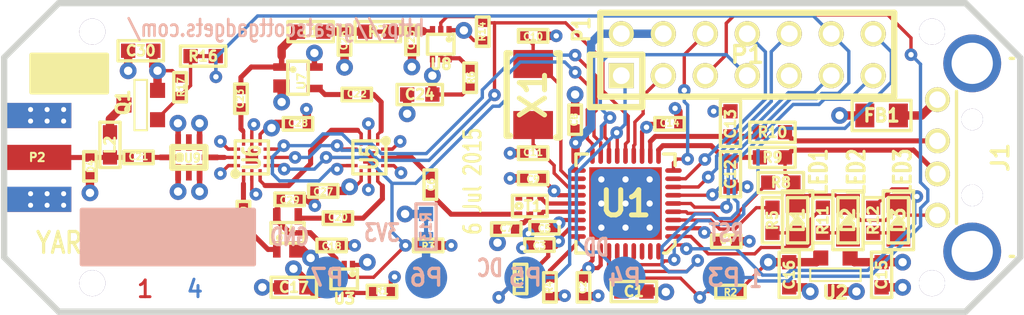
<source format=kicad_pcb>
(kicad_pcb (version 20160815) (host pcbnew 201611201048+7364~55~ubuntu16.04.1-product)
  (title_block (date "13 apr 2014"))
  (layers (0 Front signal) (1 Layer2 signal hide) (2 Layer3 signal hide) (31 Back signal hide) (34 B.Paste user) (35 F.Paste user) (36 B.SilkS user) (37 F.SilkS user) (38 B.Mask user) (39 F.Mask user) (44 Edge.Cuts user))
  (net 0 "")
  (net 1 /AMP_BYPASS_EN)
  (net 2 /DC)
  (net 3 /DD)
  (net 4 /P0_0)
  (net 5 /P0_1)
  (net 6 /P0_2)
  (net 7 /P0_3)
  (net 8 /P0_4)
  (net 9 /P0_5)
  (net 10 /P1_1)
  (net 11 /P1_2)
  (net 12 /P1_3)
  (net 13 /P1_6)
  (net 14 /P1_7)
  (net 15 /RESET_N)
  (net 16 /RX_AMP_EN)
  (net 17 /TX_AMP_EN)
  (net 18 /VBUS)
  (net 19 3V3)
  (net 20 GND)
  (net 21 "Net-(C1-Pad2)")
  (net 22 "Net-(C6-Pad2)")
  (net 23 "Net-(C6-Pad1)")
  (net 24 "Net-(C7-Pad1)")
  (net 25 "Net-(C10-Pad1)")
  (net 26 "Net-(C11-Pad1)")
  (net 27 "Net-(C12-Pad2)")
  (net 28 "Net-(C13-Pad2)")
  (net 29 "Net-(C18-Pad1)")
  (net 30 "Net-(C19-Pad2)")
  (net 31 "Net-(C19-Pad1)")
  (net 32 "Net-(C20-Pad2)")
  (net 33 "Net-(C20-Pad1)")
  (net 34 "Net-(C21-Pad2)")
  (net 35 "Net-(C21-Pad1)")
  (net 36 "Net-(C22-Pad2)")
  (net 37 "Net-(C22-Pad1)")
  (net 38 "Net-(C23-Pad2)")
  (net 39 "Net-(C23-Pad1)")
  (net 40 "Net-(C25-Pad1)")
  (net 41 "Net-(C26-Pad1)")
  (net 42 "Net-(D2-Pad1)")
  (net 43 "Net-(D3-Pad1)")
  (net 44 "Net-(FB1-Pad2)")
  (net 45 "Net-(J1-Pad2)")
  (net 46 "Net-(J1-Pad3)")
  (net 47 "Net-(P6-Pad1)")
  (net 48 "Net-(R1-Pad2)")
  (net 49 "Net-(R4-Pad1)")
  (net 50 "Net-(R6-Pad2)")
  (net 51 "Net-(R8-Pad2)")
  (net 52 "Net-(T1-Pad3)")
  (net 53 "Net-(T1-Pad4)")
  (net 54 "Net-(U1-Pad34)")
  (net 55 "Net-(U1-Pad35)")
  (net 56 "Net-(U5-Pad3)")
  (net 57 "Net-(L2-Pad1)")
  (net 58 /ANT_BIAS_EN_N)
  (net 59 "Net-(U6-Pad11)")
  (net 60 "Net-(U9-Pad2)")
  (net 61 "Net-(U9-Pad6)")
  (net 62 "Net-(D1-Pad1)")
  (module cc1111-legacy:GSG-0603 (layer Front) (at 89.408 46.736 90)
    (fp_text reference C12 (at 0 0 90) (layer F.SilkS) (effects (font (size 0.6096 0.6096) (thickness 0.1524))))
    (fp_text value 47pF hide)
    (pad 1 smd rect (at -0.762 0 90) (size 0.8636 0.8636) (layers Front F.Paste F.Mask) (net 20 GND) (clearance 0.1778))
    (pad 2 smd rect (at 0.762 0 90) (size 0.8636 0.8636) (layers Front F.Paste F.Mask) (net 27 "Net-(C12-Pad2)") (clearance 0.1778))
  )
  (module cc1111-legacy:GSG-0603 (layer Front) (at 89.408 43.688 270)
    (fp_text reference C13 (at 0 0 270) (layer F.SilkS) (effects (font (size 0.6096 0.6096) (thickness 0.1524))))
    (fp_text value 47pF hide)
    (pad 1 smd rect (at -0.762 0 270) (size 0.8636 0.8636) (layers Front F.Paste F.Mask) (net 20 GND) (clearance 0.1778))
    (pad 2 smd rect (at 0.762 0 270) (size 0.8636 0.8636) (layers Front F.Paste F.Mask) (net 28 "Net-(C13-Pad2)") (clearance 0.1778))
  )
  (module cc1111-legacy:GSG-0603 (layer Front) (at 98.552 52.832 270)
    (fp_text reference C15 (at 0 0 270) (layer F.SilkS) (effects (font (size 0.6096 0.6096) (thickness 0.1524))))
    (fp_text value 1uF hide)
    (pad 1 smd rect (at -0.762 0 270) (size 0.8636 0.8636) (layers Front F.Paste F.Mask) (net 18 /VBUS) (clearance 0.1778))
    (pad 2 smd rect (at 0.762 0 270) (size 0.8636 0.8636) (layers Front F.Paste F.Mask) (net 20 GND) (clearance 0.1778))
  )
  (module cc1111-legacy:GSG-0603 (layer Front) (at 92.964 52.832 270)
    (fp_text reference C16 (at 0 0 270) (layer F.SilkS) (effects (font (size 0.6096 0.6096) (thickness 0.1524))))
    (fp_text value 4u7 hide)
    (pad 1 smd rect (at -0.762 0 270) (size 0.8636 0.8636) (layers Front F.Paste F.Mask) (net 19 3V3) (clearance 0.1778))
    (pad 2 smd rect (at 0.762 0 270) (size 0.8636 0.8636) (layers Front F.Paste F.Mask) (net 20 GND) (clearance 0.1778))
  )
  (module cc1111-legacy:GSG-0603 (layer Front) (at 62.992 53.594 180)
    (fp_text reference C17 (at 0 0 180) (layer F.SilkS) (effects (font (size 0.6096 0.6096) (thickness 0.1524))))
    (fp_text value 1uF hide)
    (pad 1 smd rect (at -0.762 0 180) (size 0.8636 0.8636) (layers Front F.Paste F.Mask) (net 18 /VBUS) (clearance 0.1778))
    (pad 2 smd rect (at 0.762 0 180) (size 0.8636 0.8636) (layers Front F.Paste F.Mask) (net 20 GND) (clearance 0.1778))
  )
  (module cc1111-legacy:GSG-0603 (layer Front) (at 70.612 41.91 180)
    (fp_text reference C24 (at 0 0 180) (layer F.SilkS) (effects (font (size 0.6096 0.6096) (thickness 0.1524))))
    (fp_text value 1uF hide)
    (pad 1 smd rect (at -0.762 0 180) (size 0.8636 0.8636) (layers Front F.Paste F.Mask) (net 18 /VBUS) (clearance 0.1778))
    (pad 2 smd rect (at 0.762 0 180) (size 0.8636 0.8636) (layers Front F.Paste F.Mask) (net 20 GND) (clearance 0.1778))
  )
  (module cc1111-legacy:GSG-0603 (layer Front) (at 64.008 38.1)
    (fp_text reference L1 (at 0 0) (layer F.SilkS) (effects (font (size 0.6096 0.6096) (thickness 0.1524))))
    (fp_text value 1uH hide)
    (pad 1 smd rect (at -0.762 0) (size 0.8636 0.8636) (layers Front F.Paste F.Mask) (net 39 "Net-(C23-Pad1)") (clearance 0.1778))
    (pad 2 smd rect (at 0.762 0) (size 0.8636 0.8636) (layers Front F.Paste F.Mask) (net 41 "Net-(C26-Pad1)") (clearance 0.1778))
  )
  (module cc1111-legacy:GSG-0603 (layer Front) (at 91.948 49.53 90)
    (fp_text reference R5 (at 0 0 90) (layer F.SilkS) (effects (font (size 0.6096 0.6096) (thickness 0.1524))))
    (fp_text value 330 hide)
    (pad 1 smd rect (at -0.762 0 90) (size 0.8636 0.8636) (layers Front F.Paste F.Mask) (net 62 "Net-(D1-Pad1)") (clearance 0.1778))
    (pad 2 smd rect (at 0.762 0 90) (size 0.8636 0.8636) (layers Front F.Paste F.Mask) (net 10 /P1_1) (clearance 0.1778))
  )
  (module cc1111-legacy:GSG-0603 (layer Front) (at 92.456 47.244 180)
    (fp_text reference R8 (at 0 0 180) (layer F.SilkS) (effects (font (size 0.6096 0.6096) (thickness 0.1524))))
    (fp_text value 1k5 hide)
    (pad 1 smd rect (at -0.762 0 180) (size 0.8636 0.8636) (layers Front F.Paste F.Mask) (net 46 "Net-(J1-Pad3)") (clearance 0.1778))
    (pad 2 smd rect (at 0.762 0 180) (size 0.8636 0.8636) (layers Front F.Paste F.Mask) (net 51 "Net-(R8-Pad2)") (clearance 0.1778))
  )
  (module cc1111-legacy:GSG-0603 (layer Front) (at 91.948 45.72 180)
    (fp_text reference R9 (at 0 0 180) (layer F.SilkS) (effects (font (size 0.6096 0.6096) (thickness 0.1524))))
    (fp_text value 33 hide)
    (pad 1 smd rect (at -0.762 0 180) (size 0.8636 0.8636) (layers Front F.Paste F.Mask) (net 46 "Net-(J1-Pad3)") (clearance 0.1778))
    (pad 2 smd rect (at 0.762 0 180) (size 0.8636 0.8636) (layers Front F.Paste F.Mask) (net 27 "Net-(C12-Pad2)") (clearance 0.1778))
  )
  (module cc1111-legacy:GSG-0603 (layer Front) (at 91.948 44.196 180)
    (fp_text reference R10 (at 0 0 180) (layer F.SilkS) (effects (font (size 0.6096 0.6096) (thickness 0.1524))))
    (fp_text value 33 hide)
    (pad 1 smd rect (at -0.762 0 180) (size 0.8636 0.8636) (layers Front F.Paste F.Mask) (net 45 "Net-(J1-Pad2)") (clearance 0.1778))
    (pad 2 smd rect (at 0.762 0 180) (size 0.8636 0.8636) (layers Front F.Paste F.Mask) (net 28 "Net-(C13-Pad2)") (clearance 0.1778))
  )
  (module cc1111-legacy:GSG-0603 (layer Front) (at 94.996 49.53 90)
    (fp_text reference R11 (at 0 0 90) (layer F.SilkS) (effects (font (size 0.6096 0.6096) (thickness 0.1524))))
    (fp_text value 1k5 hide)
    (pad 1 smd rect (at -0.762 0 90) (size 0.8636 0.8636) (layers Front F.Paste F.Mask) (net 42 "Net-(D2-Pad1)") (clearance 0.1778))
    (pad 2 smd rect (at 0.762 0 90) (size 0.8636 0.8636) (layers Front F.Paste F.Mask) (net 11 /P1_2) (clearance 0.1778))
  )
  (module cc1111-legacy:GSG-0603 (layer Front) (at 98.044 49.53 90)
    (fp_text reference R12 (at 0 0 90) (layer F.SilkS) (effects (font (size 0.6096 0.6096) (thickness 0.1524))))
    (fp_text value 330 hide)
    (pad 1 smd rect (at -0.762 0 90) (size 0.8636 0.8636) (layers Front F.Paste F.Mask) (net 43 "Net-(D3-Pad1)") (clearance 0.1778))
    (pad 2 smd rect (at 0.762 0 90) (size 0.8636 0.8636) (layers Front F.Paste F.Mask) (net 12 /P1_3) (clearance 0.1778))
  )
  (module cc1111-legacy:GSG-0603 (layer Front) (at 83.566 53.848 180)
    (fp_text reference C1 (at 0 0 180) (layer F.SilkS) (effects (font (size 0.6096 0.6096) (thickness 0.1524))))
    (fp_text value 1uF hide)
    (pad 1 smd rect (at -0.762 0 180) (size 0.8636 0.8636) (layers Front F.Paste F.Mask) (net 20 GND) (clearance 0.1778))
    (pad 2 smd rect (at 0.762 0 180) (size 0.8636 0.8636) (layers Front F.Paste F.Mask) (net 21 "Net-(C1-Pad2)") (clearance 0.1778))
  )
  (module cc1111-legacy:GSG-0603 (layer Front) (at 53.73116 39.25824 180)
    (fp_text reference C30 (at 0 0 180) (layer F.SilkS) (effects (font (size 0.6096 0.6096) (thickness 0.1524))))
    (fp_text value 1uF hide)
    (pad 1 smd rect (at -0.762 0 180) (size 0.8636 0.8636) (layers Front F.Paste F.Mask) (net 19 3V3) (clearance 0.1778))
    (pad 2 smd rect (at 0.762 0 180) (size 0.8636 0.8636) (layers Front F.Paste F.Mask) (net 20 GND) (clearance 0.1778))
  )
  (module cc1111-legacy:GSG-0603 (layer Front) (at 51.87 44.96 270)
    (fp_text reference L2 (at 0 0 270) (layer F.SilkS) (effects (font (size 0.6096 0.6096) (thickness 0.1524))))
    (fp_text value 1uH hide)
    (pad 1 smd rect (at -0.762 0 270) (size 0.8636 0.8636) (layers Front F.Paste F.Mask) (net 57 "Net-(L2-Pad1)") (clearance 0.1778))
    (pad 2 smd rect (at 0.762 0 270) (size 0.8636 0.8636) (layers Front F.Paste F.Mask) (net 34 "Net-(C21-Pad2)") (clearance 0.1778))
  )
  (module cc1111-legacy:GSG-0603D (layer Front) (at 93.472 49.53 90)
    (fp_text reference D1 (at 0 0 90) (layer F.SilkS) (effects (font (size 0.762 0.762) (thickness 0.1905))))
    (fp_text value LED1 hide)
    (pad 1 smd rect (at -1.016 0 90) (size 1.15062 1.44018) (layers Front F.Paste F.Mask) (net 62 "Net-(D1-Pad1)") (clearance 0.1778))
    (pad 2 smd rect (at 1.016 0 90) (size 1.15062 1.44018) (layers Front F.Paste F.Mask) (net 20 GND) (clearance 0.1778))
    (pad 1 smd rect (at -0.762 0 90) (size 0.8636 0.8636) (layers Front F.Paste F.Mask) (net 62 "Net-(D1-Pad1)") (clearance 0.1778))
    (pad 2 smd rect (at 0.762 0 90) (size 0.8636 0.8636) (layers Front F.Paste F.Mask) (net 20 GND) (clearance 0.1778))
  )
  (module cc1111-legacy:GSG-0603D (layer Front) (at 96.52 49.53 90)
    (fp_text reference D2 (at 0 0 90) (layer F.SilkS) (effects (font (size 0.762 0.762) (thickness 0.1905))))
    (fp_text value LED2 hide)
    (pad 1 smd rect (at -1.016 0 90) (size 1.15062 1.44018) (layers Front F.Paste F.Mask) (net 42 "Net-(D2-Pad1)") (clearance 0.1778))
    (pad 2 smd rect (at 1.016 0 90) (size 1.15062 1.44018) (layers Front F.Paste F.Mask) (net 20 GND) (clearance 0.1778))
    (pad 1 smd rect (at -0.762 0 90) (size 0.8636 0.8636) (layers Front F.Paste F.Mask) (net 42 "Net-(D2-Pad1)") (clearance 0.1778))
    (pad 2 smd rect (at 0.762 0 90) (size 0.8636 0.8636) (layers Front F.Paste F.Mask) (net 20 GND) (clearance 0.1778))
  )
  (module cc1111-legacy:GSG-0603D (layer Front) (at 99.568 49.53 90)
    (fp_text reference D3 (at 0 0 90) (layer F.SilkS) (effects (font (size 0.762 0.762) (thickness 0.1905))))
    (fp_text value LED3 hide)
    (pad 1 smd rect (at -1.016 0 90) (size 1.15062 1.44018) (layers Front F.Paste F.Mask) (net 43 "Net-(D3-Pad1)") (clearance 0.1778))
    (pad 2 smd rect (at 1.016 0 90) (size 1.15062 1.44018) (layers Front F.Paste F.Mask) (net 20 GND) (clearance 0.1778))
    (pad 1 smd rect (at -0.762 0 90) (size 0.8636 0.8636) (layers Front F.Paste F.Mask) (net 43 "Net-(D3-Pad1)") (clearance 0.1778))
    (pad 2 smd rect (at 0.762 0 90) (size 0.8636 0.8636) (layers Front F.Paste F.Mask) (net 20 GND) (clearance 0.1778))
  )
  (module cc1111-legacy:GSG-0402 (layer Front) (at 80.518 53.594 270)
    (fp_text reference C2 (at 0 0.0508 270) (layer F.SilkS) (effects (font (size 0.4064 0.4064) (thickness 0.1016))))
    (fp_text value 100nF hide)
    (pad 1 smd rect (at -0.5334 0 270) (size 0.508 0.5588) (layers Front F.Paste F.Mask) (net 19 3V3))
    (pad 2 smd rect (at 0.5334 0 270) (size 0.508 0.5588) (layers Front F.Paste F.Mask) (net 20 GND))
  )
  (module cc1111-legacy:GSG-0402 (layer Front) (at 77.851 51.0286)
    (fp_text reference C3 (at 0 0.0508) (layer F.SilkS) (effects (font (size 0.4064 0.4064) (thickness 0.1016))))
    (fp_text value 220pF hide)
    (pad 1 smd rect (at -0.5334 0) (size 0.508 0.5588) (layers Front F.Paste F.Mask) (net 20 GND))
    (pad 2 smd rect (at 0.5334 0) (size 0.508 0.5588) (layers Front F.Paste F.Mask) (net 19 3V3))
  )
  (module cc1111-legacy:GSG-0402 (layer Front) (at 89.154 50.8 180)
    (fp_text reference C4 (at 0 0.0508 180) (layer F.SilkS) (effects (font (size 0.4064 0.4064) (thickness 0.1016))))
    (fp_text value 100nF hide)
    (pad 1 smd rect (at -0.5334 0 180) (size 0.508 0.5588) (layers Front F.Paste F.Mask) (net 20 GND))
    (pad 2 smd rect (at 0.5334 0 180) (size 0.508 0.5588) (layers Front F.Paste F.Mask) (net 19 3V3))
  )
  (module cc1111-legacy:GSG-0402 (layer Front) (at 78.1558 49.98212)
    (fp_text reference C5 (at 0 0.0508) (layer F.SilkS) (effects (font (size 0.4064 0.4064) (thickness 0.1016))))
    (fp_text value 10nF hide)
    (pad 1 smd rect (at -0.5334 0) (size 0.508 0.5588) (layers Front F.Paste F.Mask) (net 20 GND))
    (pad 2 smd rect (at 0.5334 0) (size 0.508 0.5588) (layers Front F.Paste F.Mask) (net 19 3V3))
  )
  (module cc1111-legacy:GSG-0402 (layer Front) (at 71.247 47.371 90)
    (fp_text reference C6 (at 0 0.0508 90) (layer F.SilkS) (effects (font (size 0.4064 0.4064) (thickness 0.1016))))
    (fp_text value 220pF hide)
    (pad 1 smd rect (at -0.5334 0 90) (size 0.508 0.5588) (layers Front F.Paste F.Mask) (net 23 "Net-(C6-Pad1)"))
    (pad 2 smd rect (at 0.5334 0 90) (size 0.508 0.5588) (layers Front F.Paste F.Mask) (net 22 "Net-(C6-Pad2)"))
  )
  (module cc1111-legacy:GSG-0402 (layer Front) (at 75.8444 50.0634 180)
    (fp_text reference C7 (at 0 0.0508 180) (layer F.SilkS) (effects (font (size 0.4064 0.4064) (thickness 0.1016))))
    (fp_text value 220pF hide)
    (pad 1 smd rect (at -0.5334 0 180) (size 0.508 0.5588) (layers Front F.Paste F.Mask) (net 24 "Net-(C7-Pad1)"))
    (pad 2 smd rect (at 0.5334 0 180) (size 0.508 0.5588) (layers Front F.Paste F.Mask) (net 20 GND))
  )
  (module cc1111-legacy:GSG-0402 (layer Front) (at 80.01 43.434 270)
    (fp_text reference C8 (at 0 0.0508 270) (layer F.SilkS) (effects (font (size 0.4064 0.4064) (thickness 0.1016))))
    (fp_text value 10nF hide)
    (pad 1 smd rect (at -0.5334 0 270) (size 0.508 0.5588) (layers Front F.Paste F.Mask) (net 20 GND))
    (pad 2 smd rect (at 0.5334 0 270) (size 0.508 0.5588) (layers Front F.Paste F.Mask) (net 19 3V3))
  )
  (module cc1111-legacy:GSG-0402 (layer Front) (at 77.47 46.99)
    (fp_text reference C9 (at 0 0.0508) (layer F.SilkS) (effects (font (size 0.4064 0.4064) (thickness 0.1016))))
    (fp_text value 2p2 hide)
    (pad 1 smd rect (at -0.5334 0) (size 0.508 0.5588) (layers Front F.Paste F.Mask) (net 20 GND))
    (pad 2 smd rect (at 0.5334 0) (size 0.508 0.5588) (layers Front F.Paste F.Mask) (net 19 3V3))
  )
  (module cc1111-legacy:GSG-0402 (layer Front) (at 77.47 38.354)
    (fp_text reference C10 (at 0 0.0508) (layer F.SilkS) (effects (font (size 0.4064 0.4064) (thickness 0.1016))))
    (fp_text value 30pF hide)
    (pad 1 smd rect (at -0.5334 0) (size 0.508 0.5588) (layers Front F.Paste F.Mask) (net 25 "Net-(C10-Pad1)"))
    (pad 2 smd rect (at 0.5334 0) (size 0.508 0.5588) (layers Front F.Paste F.Mask) (net 20 GND))
  )
  (module cc1111-legacy:GSG-0402 (layer Front) (at 77.47 45.466 180)
    (fp_text reference C11 (at 0 0.0508 180) (layer F.SilkS) (effects (font (size 0.4064 0.4064) (thickness 0.1016))))
    (fp_text value 30pF hide)
    (pad 1 smd rect (at -0.5334 0 180) (size 0.508 0.5588) (layers Front F.Paste F.Mask) (net 26 "Net-(C11-Pad1)"))
    (pad 2 smd rect (at 0.5334 0 180) (size 0.508 0.5588) (layers Front F.Paste F.Mask) (net 20 GND))
  )
  (module cc1111-legacy:GSG-0402 (layer Front) (at 85.725 43.688 180)
    (fp_text reference C14 (at 0 0.0508 180) (layer F.SilkS) (effects (font (size 0.4064 0.4064) (thickness 0.1016))))
    (fp_text value 100nF hide)
    (pad 1 smd rect (at -0.5334 0 180) (size 0.508 0.5588) (layers Front F.Paste F.Mask) (net 20 GND))
    (pad 2 smd rect (at 0.5334 0 180) (size 0.508 0.5588) (layers Front F.Paste F.Mask) (net 19 3V3))
  )
  (module cc1111-legacy:GSG-0402 (layer Front) (at 65.278 51.054)
    (fp_text reference C18 (at 0 0.0508) (layer F.SilkS) (effects (font (size 0.4064 0.4064) (thickness 0.1016))))
    (fp_text value 22nF hide)
    (pad 1 smd rect (at -0.5334 0) (size 0.508 0.5588) (layers Front F.Paste F.Mask) (net 29 "Net-(C18-Pad1)"))
    (pad 2 smd rect (at 0.5334 0) (size 0.508 0.5588) (layers Front F.Paste F.Mask) (net 20 GND))
  )
  (module cc1111-legacy:GSG-0402 (layer Front) (at 59.944 49.276 90)
    (fp_text reference C19 (at 0 0.0508 90) (layer F.SilkS) (effects (font (size 0.4064 0.4064) (thickness 0.1016))))
    (fp_text value 220pF hide)
    (pad 1 smd rect (at -0.5334 0 90) (size 0.508 0.5588) (layers Front F.Paste F.Mask) (net 31 "Net-(C19-Pad1)"))
    (pad 2 smd rect (at 0.5334 0 90) (size 0.508 0.5588) (layers Front F.Paste F.Mask) (net 30 "Net-(C19-Pad2)"))
  )
  (module cc1111-legacy:GSG-0402 (layer Front) (at 65.659 49.403 180)
    (fp_text reference C20 (at 0 0.0508 180) (layer F.SilkS) (effects (font (size 0.4064 0.4064) (thickness 0.1016))))
    (fp_text value 220pF hide)
    (pad 1 smd rect (at -0.5334 0 180) (size 0.508 0.5588) (layers Front F.Paste F.Mask) (net 33 "Net-(C20-Pad1)"))
    (pad 2 smd rect (at 0.5334 0 180) (size 0.508 0.5588) (layers Front F.Paste F.Mask) (net 32 "Net-(C20-Pad2)"))
  )
  (module cc1111-legacy:GSG-0402 (layer Front) (at 53.594 45.72 180)
    (fp_text reference C21 (at 0 0.0508 180) (layer F.SilkS) (effects (font (size 0.4064 0.4064) (thickness 0.1016))))
    (fp_text value 220pF hide)
    (pad 1 smd rect (at -0.5334 0 180) (size 0.508 0.5588) (layers Front F.Paste F.Mask) (net 35 "Net-(C21-Pad1)"))
    (pad 2 smd rect (at 0.5334 0 180) (size 0.508 0.5588) (layers Front F.Paste F.Mask) (net 34 "Net-(C21-Pad2)"))
  )
  (module cc1111-legacy:GSG-0402 (layer Front) (at 66.802 41.91 180)
    (fp_text reference C22 (at 0 0.0508 180) (layer F.SilkS) (effects (font (size 0.4064 0.4064) (thickness 0.1016))))
    (fp_text value 220pF hide)
    (pad 1 smd rect (at -0.5334 0 180) (size 0.508 0.5588) (layers Front F.Paste F.Mask) (net 37 "Net-(C22-Pad1)"))
    (pad 2 smd rect (at 0.5334 0 180) (size 0.508 0.5588) (layers Front F.Paste F.Mask) (net 36 "Net-(C22-Pad2)"))
  )
  (module cc1111-legacy:GSG-0402 (layer Front) (at 59.7916 42.164 270)
    (fp_text reference C23 (at 0 0.0508 270) (layer F.SilkS) (effects (font (size 0.4064 0.4064) (thickness 0.1016))))
    (fp_text value 220pF hide)
    (pad 1 smd rect (at -0.5334 0 270) (size 0.508 0.5588) (layers Front F.Paste F.Mask) (net 39 "Net-(C23-Pad1)"))
    (pad 2 smd rect (at 0.5334 0 270) (size 0.508 0.5588) (layers Front F.Paste F.Mask) (net 38 "Net-(C23-Pad2)"))
  )
  (module cc1111-legacy:GSG-0402 (layer Front) (at 70.1421 38.608 270)
    (fp_text reference C25 (at 0 0.0508 270) (layer F.SilkS) (effects (font (size 0.4064 0.4064) (thickness 0.1016))))
    (fp_text value 22nF hide)
    (pad 1 smd rect (at -0.5334 0 270) (size 0.508 0.5588) (layers Front F.Paste F.Mask) (net 40 "Net-(C25-Pad1)"))
    (pad 2 smd rect (at 0.5334 0 270) (size 0.508 0.5588) (layers Front F.Paste F.Mask) (net 20 GND))
  )
  (module cc1111-legacy:GSG-0402 (layer Front) (at 66.06 38.63 270)
    (fp_text reference C26 (at 0 0.0508 270) (layer F.SilkS) (effects (font (size 0.4064 0.4064) (thickness 0.1016))))
    (fp_text value 10nF hide)
    (pad 1 smd rect (at -0.5334 0 270) (size 0.508 0.5588) (layers Front F.Paste F.Mask) (net 41 "Net-(C26-Pad1)"))
    (pad 2 smd rect (at 0.5334 0 270) (size 0.508 0.5588) (layers Front F.Paste F.Mask) (net 20 GND))
  )
  (module cc1111-legacy:GSG-0402 (layer Front) (at 64.77 47.752)
    (fp_text reference C27 (at 0 0.0508) (layer F.SilkS) (effects (font (size 0.4064 0.4064) (thickness 0.1016))))
    (fp_text value 100nF hide)
    (pad 1 smd rect (at -0.5334 0) (size 0.508 0.5588) (layers Front F.Paste F.Mask) (net 20 GND))
    (pad 2 smd rect (at 0.5334 0) (size 0.508 0.5588) (layers Front F.Paste F.Mask) (net 19 3V3))
  )
  (module cc1111-legacy:GSG-0402 (layer Front) (at 63.246 43.688 180)
    (fp_text reference C28 (at 0 0.0508 180) (layer F.SilkS) (effects (font (size 0.4064 0.4064) (thickness 0.1016))))
    (fp_text value 100nF hide)
    (pad 1 smd rect (at -0.5334 0 180) (size 0.508 0.5588) (layers Front F.Paste F.Mask) (net 20 GND))
    (pad 2 smd rect (at 0.5334 0 180) (size 0.508 0.5588) (layers Front F.Paste F.Mask) (net 19 3V3))
  )
  (module cc1111-legacy:GSG-0402 (layer Front) (at 50.66 46.26 90)
    (fp_text reference D4 (at 0 0.0508 90) (layer F.SilkS) (effects (font (size 0.4064 0.4064) (thickness 0.1016))))
    (fp_text value TVS_DIODE hide)
    (pad 1 smd rect (at -0.5334 0 90) (size 0.508 0.5588) (layers Front F.Paste F.Mask) (net 20 GND))
    (pad 2 smd rect (at 0.5334 0 90) (size 0.508 0.5588) (layers Front F.Paste F.Mask) (net 34 "Net-(C21-Pad2)"))
  )
  (module cc1111-legacy:GSG-0402 (layer Front) (at 68.326 53.848 180)
    (fp_text reference R1 (at 0 0.0508 180) (layer F.SilkS) (effects (font (size 0.4064 0.4064) (thickness 0.1016))))
    (fp_text value 4k7 hide)
    (pad 1 smd rect (at -0.5334 0 180) (size 0.508 0.5588) (layers Front F.Paste F.Mask) (net 18 /VBUS))
    (pad 2 smd rect (at 0.5334 0 180) (size 0.508 0.5588) (layers Front F.Paste F.Mask) (net 48 "Net-(R1-Pad2)"))
  )
  (module cc1111-legacy:GSG-0402 (layer Front) (at 89.408 53.848)
    (fp_text reference R2 (at 0 0.0508) (layer F.SilkS) (effects (font (size 0.4064 0.4064) (thickness 0.1016))))
    (fp_text value 4k7 hide)
    (pad 1 smd rect (at -0.5334 0) (size 0.508 0.5588) (layers Front F.Paste F.Mask) (net 15 /RESET_N))
    (pad 2 smd rect (at 0.5334 0) (size 0.508 0.5588) (layers Front F.Paste F.Mask) (net 19 3V3))
  )
  (module cc1111-legacy:GSG-0402 (layer Front) (at 71.12 51.054)
    (fp_text reference R3 (at 0 0.0508) (layer F.SilkS) (effects (font (size 0.4064 0.4064) (thickness 0.1016))))
    (fp_text value 1k hide)
    (pad 1 smd rect (at -0.5334 0) (size 0.508 0.5588) (layers Front F.Paste F.Mask) (net 16 /RX_AMP_EN))
    (pad 2 smd rect (at 0.5334 0) (size 0.508 0.5588) (layers Front F.Paste F.Mask) (net 20 GND))
  )
  (module cc1111-legacy:GSG-0402 (layer Front) (at 78.486 53.594 270)
    (fp_text reference R4 (at 0 0.0508 270) (layer F.SilkS) (effects (font (size 0.4064 0.4064) (thickness 0.1016))))
    (fp_text value 56k hide)
    (pad 1 smd rect (at -0.5334 0 270) (size 0.508 0.5588) (layers Front F.Paste F.Mask) (net 49 "Net-(R4-Pad1)"))
    (pad 2 smd rect (at 0.5334 0 270) (size 0.508 0.5588) (layers Front F.Paste F.Mask) (net 20 GND))
  )
  (module cc1111-legacy:GSG-0402 (layer Front) (at 73.66 40.894 90)
    (fp_text reference R6 (at 0 0.0508 90) (layer F.SilkS) (effects (font (size 0.4064 0.4064) (thickness 0.1016))))
    (fp_text value 4k7 hide)
    (pad 1 smd rect (at -0.5334 0 90) (size 0.508 0.5588) (layers Front F.Paste F.Mask) (net 18 /VBUS))
    (pad 2 smd rect (at 0.5334 0 90) (size 0.508 0.5588) (layers Front F.Paste F.Mask) (net 50 "Net-(R6-Pad2)"))
  )
  (module cc1111-legacy:GSG-0402 (layer Front) (at 74.422 38.1 270)
    (fp_text reference R14 (at 0 0.0508 270) (layer F.SilkS) (effects (font (size 0.4064 0.4064) (thickness 0.1016))))
    (fp_text value 1k hide)
    (pad 1 smd rect (at -0.5334 0 270) (size 0.508 0.5588) (layers Front F.Paste F.Mask) (net 17 /TX_AMP_EN))
    (pad 2 smd rect (at 0.5334 0 270) (size 0.508 0.5588) (layers Front F.Paste F.Mask) (net 20 GND))
  )
  (module cc1111-legacy:GSG-0402 (layer Front) (at 76.708 53.086 270)
    (fp_text reference R15 (at 0 0.0508 270) (layer F.SilkS) (effects (font (size 0.4064 0.4064) (thickness 0.1016))))
    (fp_text value 4k7 hide)
    (pad 1 smd rect (at -0.5334 0 270) (size 0.508 0.5588) (layers Front F.Paste F.Mask) (net 19 3V3))
    (pad 2 smd rect (at 0.5334 0 270) (size 0.508 0.5588) (layers Front F.Paste F.Mask) (net 2 /DC))
  )
  (module cc1111-legacy:GSG-0402 (layer Front) (at 62.738 48.26)
    (fp_text reference C29 (at 0 0.0508) (layer F.SilkS) (effects (font (size 0.4064 0.4064) (thickness 0.1016))))
    (fp_text value 220pF hide)
    (pad 1 smd rect (at -0.5334 0) (size 0.508 0.5588) (layers Front F.Paste F.Mask) (net 29 "Net-(C18-Pad1)"))
    (pad 2 smd rect (at 0.5334 0) (size 0.508 0.5588) (layers Front F.Paste F.Mask) (net 20 GND))
  )
  (module cc1111-legacy:GSG-0402 (layer Front) (at 56.11114 41.46804 90)
    (fp_text reference R17 (at 0 0.0508 90) (layer F.SilkS) (effects (font (size 0.4064 0.4064) (thickness 0.1016))))
    (fp_text value 4k7 hide)
    (pad 1 smd rect (at -0.5334 0 90) (size 0.508 0.5588) (layers Front F.Paste F.Mask) (net 58 /ANT_BIAS_EN_N))
    (pad 2 smd rect (at 0.5334 0 90) (size 0.508 0.5588) (layers Front F.Paste F.Mask) (net 19 3V3))
  )
  (module GSG-HOLE-62MIL (layer Front) (at 50.8 38.1)
    (fp_text reference HOLE-62MIL hide)
    (fp_text value VAL** hide)
    (pad "" thru_hole circle (at 0 0) (size 1.5748 1.5748) (drill 1.5748) (layers *.Cu *.Mask))
  )
  (module GSG-HOLE-62MIL (layer Front) (at 101.6 53.34)
    (fp_text reference HOLE-62MIL hide)
    (fp_text value VAL** hide)
    (pad "" thru_hole circle (at 0 0) (size 1.5748 1.5748) (drill 1.5748) (layers *.Cu *.Mask))
  )
  (module GSG-HOLE-62MIL (layer Front) (at 50.8 53.34)
    (fp_text reference HOLE-62MIL hide)
    (fp_text value VAL** hide)
    (pad "" thru_hole circle (at 0 0) (size 1.5748 1.5748) (drill 1.5748) (layers *.Cu *.Mask))
  )
  (module GSG-HOLE-62MIL (layer Front) (at 101.6 38.1)
    (fp_text reference HOLE-62MIL hide)
    (fp_text value VAL** hide)
    (pad "" thru_hole circle (at 0 0) (size 1.5748 1.5748) (drill 1.5748) (layers *.Cu *.Mask))
  )
  (module cc1111-legacy:GSG-0805 (layer Front) (at 98.552 43.18)
    (fp_text reference FB1 (at 0 0) (layer F.SilkS) (effects (font (size 0.762 0.762) (thickness 0.1905))))
    (fp_text value FILTER hide)
    (pad 2 smd rect (at 1.016 0) (size 1.15062 1.44018) (layers Front F.Paste F.Mask) (net 44 "Net-(FB1-Pad2)") (clearance 0.1778))
    (pad 1 smd rect (at -1.016 0) (size 1.15062 1.44018) (layers Front F.Paste F.Mask) (net 18 /VBUS) (clearance 0.1778))
  )
  (module cc1111-legacy:GSG-USB-A-1001-010-01001-SHIELD (layer Front) (at 106.934 45.72 90)
    (fp_text reference J1 (at 0 -1.19888 90) (layer F.SilkS) (effects (font (size 1.00076 1.00076) (thickness 0.2032))))
    (fp_text value USB-DEVICE hide)
    (pad 1 thru_hole circle (at 3.50012 -5.00126 90) (size 1.50114 1.50114) (drill 1.00076) (layers *.Cu *.Mask F.SilkS) (net 44 "Net-(FB1-Pad2)"))
    (pad 2 thru_hole circle (at 1.00076 -5.00126 90) (size 1.50114 1.50114) (drill 1.00076) (layers *.Cu *.Mask F.SilkS) (net 45 "Net-(J1-Pad2)"))
    (pad 3 thru_hole circle (at -1.00076 -5.00126 90) (size 1.50114 1.50114) (drill 1.00076) (layers *.Cu *.Mask F.SilkS) (net 46 "Net-(J1-Pad3)"))
    (pad 4 thru_hole circle (at -3.50012 -5.00126 90) (size 1.50114 1.50114) (drill 1.00076) (layers *.Cu *.Mask F.SilkS) (net 20 GND))
    (pad "" thru_hole circle (at 2.30124 -2.90068 90) (size 1.30048 1.30048) (drill 1.30048) (layers *.Cu *.Mask))
    (pad "" thru_hole circle (at -2.30124 -2.90068 90) (size 1.30048 1.30048) (drill 1.30048) (layers *.Cu *.Mask) (clearance -0.09906))
    (pad 5 thru_hole circle (at 5.69976 -2.90068 90) (size 3.50012 3.50012) (drill 2.49936) (layers *.Cu *.Mask))
    (pad 5 thru_hole circle (at -5.69976 -2.90068 90) (size 3.50012 3.50012) (drill 2.49936) (layers *.Cu *.Mask))
  )
  (module cc1111-legacy:GSG-HEADER-2x7 (layer Front) (at 90.424 39.497)
    (fp_text reference P1 (at 0 0) (layer F.SilkS) (effects (font (size 1.016 1.016) (thickness 0.2032))))
    (fp_text value CONN_02X07 hide)
    (pad 1 thru_hole rect (at -7.62 1.27) (size 1.524 1.524) (drill 1.016) (layers *.Cu *.Mask F.SilkS) (net 3 /DD))
    (pad 2 thru_hole circle (at -7.62 -1.27) (size 1.524 1.524) (drill 1.016) (layers *.Cu *.Mask F.SilkS) (net 19 3V3))
    (pad 3 thru_hole circle (at -5.08 1.27) (size 1.524 1.524) (drill 1.016) (layers *.Cu *.Mask F.SilkS) (net 9 /P0_5))
    (pad 4 thru_hole circle (at -5.08 -1.27) (size 1.524 1.524) (drill 1.016) (layers *.Cu *.Mask F.SilkS) (net 19 3V3))
    (pad 5 thru_hole circle (at -2.54 1.27) (size 1.524 1.524) (drill 1.016) (layers *.Cu *.Mask F.SilkS) (net 15 /RESET_N))
    (pad 6 thru_hole circle (at -2.54 -1.27) (size 1.524 1.524) (drill 1.016) (layers *.Cu *.Mask F.SilkS) (net 8 /P0_4))
    (pad 7 thru_hole circle (at 0 1.27) (size 1.524 1.524) (drill 1.016) (layers *.Cu *.Mask F.SilkS) (net 2 /DC))
    (pad 8 thru_hole circle (at 0 -1.27) (size 1.524 1.524) (drill 1.016) (layers *.Cu *.Mask F.SilkS) (net 7 /P0_3))
    (pad 9 thru_hole circle (at 2.54 1.27) (size 1.524 1.524) (drill 1.016) (layers *.Cu *.Mask F.SilkS) (net 20 GND))
    (pad 10 thru_hole circle (at 2.54 -1.27) (size 1.524 1.524) (drill 1.016) (layers *.Cu *.Mask F.SilkS) (net 6 /P0_2))
    (pad 11 thru_hole circle (at 5.08 1.27) (size 1.524 1.524) (drill 1.016) (layers *.Cu *.Mask F.SilkS) (net 5 /P0_1))
    (pad 12 thru_hole circle (at 5.08 -1.27) (size 1.524 1.524) (drill 1.016) (layers *.Cu *.Mask F.SilkS) (net 4 /P0_0))
    (pad 13 thru_hole circle (at 7.62 1.27) (size 1.524 1.524) (drill 1.016) (layers *.Cu *.Mask F.SilkS) (net 14 /P1_7))
    (pad 14 thru_hole circle (at 7.62 -1.27) (size 1.524 1.524) (drill 1.016) (layers *.Cu *.Mask F.SilkS) (net 13 /P1_6))
  )
  (module cc1111-legacy:GSG-SMA-EDGE (layer Front) (at 45.466 45.72)
    (fp_text reference P2 (at 1.99898 0) (layer F.SilkS) (effects (font (size 0.50038 0.50038) (thickness 0.12446))))
    (fp_text value SMA-EDGE hide)
    (pad 1 smd rect (at 2.032 0) (size 4.064 1.524) (layers Front F.Mask) (net 34 "Net-(C21-Pad2)"))
    (pad 2 smd rect (at 2.032 -2.54) (size 4.064 1.524) (layers Front F.Mask) (net 20 GND))
    (pad 2 smd rect (at 2.032 2.54) (size 4.064 1.524) (layers Back B.Mask) (net 20 GND))
    (pad 2 smd rect (at 2.032 -2.54) (size 4.064 1.524) (layers Back B.Mask) (net 20 GND))
    (pad 2 smd rect (at 2.032 2.54) (size 4.064 1.524) (layers Front F.Mask) (net 20 GND))
    (pad 2 thru_hole circle (at 3.6 -2.2) (size 0.762 0.762) (drill 0.3048) (layers *.Cu *.Mask) (net 20 GND))
    (pad 2 thru_hole circle (at 3.6 -2.9) (size 0.762 0.762) (drill 0.3048) (layers *.Cu *.Mask) (net 20 GND))
    (pad 2 thru_hole circle (at 2.6 -2.2) (size 0.762 0.762) (drill 0.3048) (layers *.Cu *.Mask) (net 20 GND))
    (pad 2 thru_hole circle (at 1.6 -2.2) (size 0.762 0.762) (drill 0.3048) (layers *.Cu *.Mask) (net 20 GND))
    (pad 2 thru_hole circle (at 1.6 -2.9) (size 0.762 0.762) (drill 0.3048) (layers *.Cu *.Mask) (net 20 GND))
    (pad 2 thru_hole circle (at 2.6 -2.9) (size 0.762 0.762) (drill 0.3048) (layers *.Cu *.Mask) (net 20 GND))
    (pad 2 thru_hole circle (at 3.6 2.2) (size 0.762 0.762) (drill 0.3048) (layers *.Cu *.Mask) (net 20 GND))
    (pad 2 thru_hole circle (at 2.6 2.2) (size 0.762 0.762) (drill 0.3048) (layers *.Cu *.Mask) (net 20 GND))
    (pad 2 thru_hole circle (at 1.6 2.2) (size 0.762 0.762) (drill 0.3048) (layers *.Cu *.Mask) (net 20 GND))
    (pad 2 thru_hole circle (at 1.6 2.9) (size 0.762 0.762) (drill 0.3048) (layers *.Cu *.Mask) (net 20 GND))
    (pad 2 thru_hole circle (at 2.6 2.9) (size 0.762 0.762) (drill 0.3048) (layers *.Cu *.Mask) (net 20 GND))
    (pad 2 thru_hole circle (at 3.6 2.9) (size 0.762 0.762) (drill 0.3048) (layers *.Cu *.Mask) (net 20 GND))
  )
  (module cc1111-legacy:GSG-TESTPOINT-100MIL (layer Back) (at 89.0016 52.99964)
    (fp_text reference P3 (at 0 0) (layer B.SilkS) (effects (font (size 1.016 1.016) (thickness 0.2032)) (justify mirror)))
    (fp_text value RESET_N hide)
    (pad 1 smd circle (at 0 0) (size 2.54 2.54) (layers Back B.Mask) (net 15 /RESET_N))
  )
  (module cc1111-legacy:GSG-TESTPOINT-100MIL (layer Back) (at 82.99958 52.99964)
    (fp_text reference P4 (at 0 0) (layer B.SilkS) (effects (font (size 1.016 1.016) (thickness 0.2032)) (justify mirror)))
    (fp_text value DD hide)
    (pad 1 smd circle (at 0 0) (size 2.54 2.54) (layers Back B.Mask) (net 3 /DD))
  )
  (module cc1111-legacy:GSG-TESTPOINT-100MIL (layer Back) (at 77.0001 52.99964)
    (fp_text reference P5 (at 0 0) (layer B.SilkS) (effects (font (size 1.016 1.016) (thickness 0.2032)) (justify mirror)))
    (fp_text value DC hide)
    (pad 1 smd circle (at 0 0) (size 2.54 2.54) (layers Back B.Mask) (net 2 /DC))
  )
  (module cc1111-legacy:GSG-TESTPOINT-100MIL (layer Back) (at 71.00062 52.99964)
    (fp_text reference P6 (at 0 0) (layer B.SilkS) (effects (font (size 1.016 1.016) (thickness 0.2032)) (justify mirror)))
    (fp_text value 3V3 hide)
    (pad 1 smd circle (at 0 0) (size 2.54 2.54) (layers Back B.Mask) (net 47 "Net-(P6-Pad1)"))
  )
  (module cc1111-legacy:GSG-TESTPOINT-100MIL (layer Back) (at 65.00114 52.99964)
    (fp_text reference P7 (at 0 0) (layer B.SilkS) (effects (font (size 1.016 1.016) (thickness 0.2032)) (justify mirror)))
    (fp_text value GND hide)
    (pad 1 smd circle (at 0 0) (size 2.54 2.54) (layers Back B.Mask) (net 20 GND))
  )
  (module cc1111-legacy:GSG-0603-SHORT-10MIL (layer Back) (at 70.993 49.911 270)
    (fp_text reference R13 (at 0 0 270) (layer B.SilkS) (effects (font (size 0.6096 0.6096) (thickness 0.1524)) (justify mirror)))
    (fp_text value 0 hide)
    (pad 2 smd rect (at 0.762 0 270) (size 0.8636 0.8636) (layers Back B.Mask) (net 47 "Net-(P6-Pad1)") (clearance 0.1778))
    (pad 1 smd rect (at -0.762 0 270) (size 0.8636 0.8636) (layers Back B.Mask) (net 19 3V3) (clearance 0.1778))
    (pad "" smd rect (at 0 0 270) (size 0.7112 0.254) (layers Back B.Mask))
  )
  (module cc1111-legacy:GSG-B0310J50100AHF (layer Front) (at 77.2668 48.6664 180)
    (fp_text reference T1 (at -0.1932 -0.0036 180) (layer F.SilkS) (effects (font (size 0.635 0.635) (thickness 0.16002))))
    (fp_text value BALUN hide)
    (pad 1 smd rect (at 0.6604 -0.4953 180) (size 0.40894 0.3302) (layers Front F.Paste F.Mask) (net 23 "Net-(C6-Pad1)"))
    (pad 2 smd rect (at 0 -0.4953 180) (size 0.40894 0.3302) (layers Front F.Paste F.Mask) (net 24 "Net-(C7-Pad1)"))
    (pad 3 smd rect (at -0.6604 -0.4953 180) (size 0.40894 0.3302) (layers Front F.Paste F.Mask) (net 52 "Net-(T1-Pad3)"))
    (pad 4 smd rect (at -0.6604 0.4953 180) (size 0.40894 0.3302) (layers Front F.Paste F.Mask) (net 53 "Net-(T1-Pad4)"))
    (pad 5 smd rect (at 0 0.4953 180) (size 0.40894 0.3302) (layers Front F.Paste F.Mask))
    (pad 6 smd rect (at 0.6604 0.4953 180) (size 0.40894 0.3302) (layers Front F.Paste F.Mask))
  )
  (module cc1111-legacy:GSG-QFN36 (layer Front) (at 83.058 48.514 180)
    (fp_text reference U1 (at 0 0 180) (layer F.SilkS) (effects (font (thickness 0.3048))))
    (fp_text value CC1111 hide)
    (pad 1 smd oval (at -2.90068 -1.99898 180) (size 1.00076 0.2794) (layers Front F.Paste F.Mask) (net 11 /P1_2))
    (pad 2 smd oval (at -2.90068 -1.50114 180) (size 1.00076 0.2794) (layers Front F.Paste F.Mask) (net 19 3V3))
    (pad 3 smd oval (at -2.90068 -1.00076 180) (size 1.00076 0.2794) (layers Front F.Paste F.Mask) (net 10 /P1_1))
    (pad 4 smd oval (at -2.90068 -0.50038 180) (size 1.00076 0.2794) (layers Front F.Paste F.Mask) (net 51 "Net-(R8-Pad2)"))
    (pad 5 smd oval (at -2.90068 0 180) (size 1.00076 0.2794) (layers Front F.Paste F.Mask) (net 4 /P0_0))
    (pad 6 smd oval (at -2.90068 0.50038 180) (size 1.00076 0.2794) (layers Front F.Paste F.Mask) (net 5 /P0_1))
    (pad 7 smd oval (at -2.90068 1.00076 180) (size 1.00076 0.2794) (layers Front F.Paste F.Mask) (net 6 /P0_2))
    (pad 8 smd oval (at -2.90068 1.50114 180) (size 1.00076 0.2794) (layers Front F.Paste F.Mask) (net 7 /P0_3))
    (pad 9 smd oval (at -2.90068 1.99898 180) (size 1.00076 0.2794) (layers Front F.Paste F.Mask) (net 8 /P0_4))
    (pad 10 smd oval (at -1.99898 2.90068 270) (size 1.00076 0.2794) (layers Front F.Paste F.Mask) (net 27 "Net-(C12-Pad2)"))
    (pad 11 smd oval (at -1.50114 2.90068 270) (size 1.00076 0.2794) (layers Front F.Paste F.Mask) (net 28 "Net-(C13-Pad2)"))
    (pad 12 smd oval (at -1.00076 2.90068 270) (size 1.00076 0.2794) (layers Front F.Paste F.Mask) (net 19 3V3))
    (pad 13 smd oval (at -0.50038 2.90068 270) (size 1.00076 0.2794) (layers Front F.Paste F.Mask) (net 9 /P0_5))
    (pad 14 smd oval (at 0 2.90068 270) (size 1.00076 0.2794) (layers Front F.Paste F.Mask) (net 17 /TX_AMP_EN))
    (pad 15 smd oval (at 0.50038 2.90068 270) (size 1.00076 0.2794) (layers Front F.Paste F.Mask) (net 3 /DD))
    (pad 16 smd oval (at 1.00076 2.90068 270) (size 1.00076 0.2794) (layers Front F.Paste F.Mask) (net 2 /DC))
    (pad 17 smd oval (at 1.50114 2.90068 270) (size 1.00076 0.2794) (layers Front F.Paste F.Mask) (net 1 /AMP_BYPASS_EN))
    (pad 18 smd oval (at 1.99898 2.90068 270) (size 1.00076 0.2794) (layers Front F.Paste F.Mask) (net 16 /RX_AMP_EN))
    (pad 19 smd oval (at 2.90068 1.99898 180) (size 1.00076 0.2794) (layers Front F.Paste F.Mask) (net 19 3V3))
    (pad 20 smd oval (at 2.90068 1.50114 180) (size 1.00076 0.2794) (layers Front F.Paste F.Mask) (net 25 "Net-(C10-Pad1)"))
    (pad 21 smd oval (at 2.90068 1.00076 180) (size 1.00076 0.2794) (layers Front F.Paste F.Mask) (net 26 "Net-(C11-Pad1)"))
    (pad 22 smd oval (at 2.90068 0.50038 180) (size 1.00076 0.2794) (layers Front F.Paste F.Mask) (net 19 3V3))
    (pad 23 smd oval (at 2.90068 0 180) (size 1.00076 0.2794) (layers Front F.Paste F.Mask) (net 53 "Net-(T1-Pad4)"))
    (pad 24 smd oval (at 2.90068 -0.50038 180) (size 1.00076 0.2794) (layers Front F.Paste F.Mask) (net 52 "Net-(T1-Pad3)"))
    (pad 25 smd oval (at 2.90068 -1.00076 180) (size 1.00076 0.2794) (layers Front F.Paste F.Mask) (net 19 3V3))
    (pad 26 smd oval (at 2.90068 -1.50114 180) (size 1.00076 0.2794) (layers Front F.Paste F.Mask) (net 19 3V3))
    (pad 27 smd oval (at 2.90068 -1.99898 180) (size 1.00076 0.2794) (layers Front F.Paste F.Mask) (net 49 "Net-(R4-Pad1)"))
    (pad 28 smd oval (at 1.99898 -2.90068 270) (size 1.00076 0.2794) (layers Front F.Paste F.Mask) (net 19 3V3))
    (pad 29 smd oval (at 1.50114 -2.90068 270) (size 1.00076 0.2794) (layers Front F.Paste F.Mask) (net 19 3V3))
    (pad 30 smd oval (at 1.00076 -2.90068 270) (size 1.00076 0.2794) (layers Front F.Paste F.Mask) (net 21 "Net-(C1-Pad2)"))
    (pad 31 smd oval (at 0.50038 -2.90068 270) (size 1.00076 0.2794) (layers Front F.Paste F.Mask) (net 15 /RESET_N))
    (pad 32 smd oval (at 0 -2.90068 270) (size 1.00076 0.2794) (layers Front F.Paste F.Mask) (net 14 /P1_7))
    (pad 33 smd oval (at -0.50038 -2.90068 270) (size 1.00076 0.2794) (layers Front F.Paste F.Mask) (net 13 /P1_6))
    (pad 34 smd oval (at -1.00076 -2.90068 270) (size 1.00076 0.2794) (layers Front F.Paste F.Mask) (net 54 "Net-(U1-Pad34)"))
    (pad 35 smd oval (at -1.50114 -2.90068 270) (size 1.00076 0.2794) (layers Front F.Paste F.Mask) (net 55 "Net-(U1-Pad35)"))
    (pad 36 smd oval (at -1.99898 -2.90068 270) (size 1.00076 0.2794) (layers Front F.Paste F.Mask) (net 12 /P1_3))
    (pad 0 smd rect (at 0 0 180) (size 1.47066 1.47066) (layers Front F.Paste F.Mask) (net 20 GND))
    (pad 0 smd rect (at 1.4605 0 180) (size 1.47066 1.47066) (layers Front F.Paste F.Mask) (net 20 GND))
    (pad 0 smd rect (at -1.4605 0 180) (size 1.47066 1.47066) (layers Front F.Paste F.Mask) (net 20 GND))
    (pad 0 smd rect (at 0 -1.4605 180) (size 1.47066 1.47066) (layers Front F.Paste F.Mask) (net 20 GND))
    (pad 0 smd rect (at 0 1.4605 180) (size 1.47066 1.47066) (layers Front F.Paste F.Mask) (net 20 GND))
    (pad 0 smd rect (at 1.4605 -1.4605 180) (size 1.47066 1.47066) (layers Front F.Paste F.Mask) (net 20 GND))
    (pad 0 smd rect (at -1.4605 -1.4605 180) (size 1.47066 1.47066) (layers Front F.Paste F.Mask) (net 20 GND))
    (pad 0 smd rect (at -1.4605 1.4605 180) (size 1.47066 1.47066) (layers Front F.Paste F.Mask) (net 20 GND))
    (pad 0 smd rect (at 1.4605 1.4605 180) (size 1.47066 1.47066) (layers Front F.Paste F.Mask) (net 20 GND))
    (pad 0 thru_hole circle (at 1.4605 -1.4605 180) (size 0.635 0.635) (drill 0.381) (layers *.Cu *.Mask) (net 20 GND))
    (pad 0 thru_hole circle (at 0 -1.4605 180) (size 0.635 0.635) (drill 0.381) (layers *.Cu *.Mask) (net 20 GND))
    (pad 0 thru_hole circle (at -1.4605 -1.4605 180) (size 0.635 0.635) (drill 0.381) (layers *.Cu *.Mask) (net 20 GND))
    (pad 0 thru_hole circle (at -1.4605 0 180) (size 0.635 0.635) (drill 0.381) (layers *.Cu *.Mask) (net 20 GND))
    (pad 0 thru_hole circle (at 0 0 180) (size 0.635 0.635) (drill 0.381) (layers *.Cu *.Mask) (net 20 GND))
    (pad 0 thru_hole circle (at 1.4605 0 180) (size 0.635 0.635) (drill 0.381) (layers *.Cu *.Mask) (net 20 GND))
    (pad 0 thru_hole circle (at -1.4605 1.4605 180) (size 0.635 0.635) (drill 0.381) (layers *.Cu *.Mask) (net 20 GND))
    (pad 0 thru_hole circle (at 0 1.4605 180) (size 0.635 0.635) (drill 0.381) (layers *.Cu *.Mask) (net 20 GND))
    (pad 0 thru_hole circle (at 1.4605 1.4605 180) (size 0.635 0.635) (drill 0.381) (layers *.Cu *.Mask) (net 20 GND))
  )
  (module cc1111-legacy:GSG-SOT23-3 (layer Front) (at 95.758 52.832)
    (fp_text reference U2 (at -0.008 1.078) (layer F.SilkS) (effects (font (size 0.762 0.762) (thickness 0.1905))))
    (fp_text value AP7313 hide)
    (pad 2 smd rect (at -0.889 -1.016) (size 0.9144 0.9144) (layers Front F.Paste F.Mask) (net 19 3V3))
    (pad 1 smd rect (at 0.889 -1.016) (size 0.9144 0.9144) (layers Front F.Paste F.Mask) (net 18 /VBUS))
    (pad 3 smd rect (at 0 1.016) (size 0.9144 0.9144) (layers Front F.Paste F.Mask) (net 20 GND))
  )
  (module cc1111-legacy:GSG-SOT563 (layer Front) (at 66.04 53.086 180)
    (fp_text reference U3 (at -0.01 -1.194 180) (layer F.SilkS) (effects (font (size 0.635 0.635) (thickness 0.16002))))
    (fp_text value DMC2400 hide)
    (pad 1 smd rect (at -0.50038 0.8509 180) (size 0.32004 0.50038) (layers Front F.Paste F.Mask) (net 20 GND))
    (pad 2 smd rect (at 0 0.8509 180) (size 0.32004 0.50038) (layers Front F.Paste F.Mask) (net 16 /RX_AMP_EN))
    (pad 3 smd rect (at 0.50038 0.8509 180) (size 0.32004 0.50038) (layers Front F.Paste F.Mask) (net 29 "Net-(C18-Pad1)"))
    (pad 4 smd rect (at 0.50038 -0.8509 180) (size 0.32004 0.50038) (layers Front F.Paste F.Mask) (net 18 /VBUS))
    (pad 5 smd rect (at 0 -0.8509 180) (size 0.32004 0.50038) (layers Front F.Paste F.Mask) (net 48 "Net-(R1-Pad2)"))
    (pad 6 smd rect (at -0.50038 -0.8509 180) (size 0.32004 0.50038) (layers Front F.Paste F.Mask) (net 48 "Net-(R1-Pad2)"))
  )
  (module cc1111-legacy:GSG-SKY13385 (layer Front) (at 67.564 45.72 270)
    (fp_text reference U5 (at 0 0 270) (layer F.SilkS) (effects (font (size 1.016 0.762) (thickness 0.1905))))
    (fp_text value SKY13385 hide)
    (pad 1 smd rect (at -1.06 -0.5 270) (size 0.7 0.2) (layers Front F.Paste F.Mask) (net 37 "Net-(C22-Pad1)"))
    (pad 2 smd rect (at -1.06 0 270) (size 0.7 0.2) (layers Front F.Paste F.Mask) (net 20 GND))
    (pad 3 smd rect (at -1.06 0.5 270) (size 0.7 0.2) (layers Front F.Paste F.Mask) (net 56 "Net-(U5-Pad3)"))
    (pad 4 smd rect (at -0.5 1.06) (size 0.7 0.2) (layers Front F.Paste F.Mask) (net 17 /TX_AMP_EN))
    (pad 5 smd rect (at 0 1.06) (size 0.7 0.2) (layers Front F.Paste F.Mask) (net 16 /RX_AMP_EN))
    (pad 6 smd rect (at 0.5 1.06) (size 0.7 0.2) (layers Front F.Paste F.Mask) (net 1 /AMP_BYPASS_EN))
    (pad 7 smd rect (at 1.06 0.5 270) (size 0.7 0.2) (layers Front F.Paste F.Mask) (net 19 3V3))
    (pad 8 smd rect (at 1.06 0 270) (size 0.7 0.2) (layers Front F.Paste F.Mask) (net 20 GND))
    (pad 9 smd rect (at 1.06 -0.5 270) (size 0.7 0.2) (layers Front F.Paste F.Mask) (net 33 "Net-(C20-Pad1)"))
    (pad 10 smd rect (at 0.5 -1.06) (size 0.7 0.2) (layers Front F.Paste F.Mask) (net 20 GND))
    (pad 11 smd rect (at 0 -1.06) (size 0.7 0.2) (layers Front F.Paste F.Mask) (net 22 "Net-(C6-Pad2)"))
    (pad 12 smd rect (at -0.5 -1.06) (size 0.7 0.2) (layers Front F.Paste F.Mask) (net 20 GND))
    (pad 0 smd rect (at 0 0 270) (size 0.75946 0.75946) (layers Front F.Paste F.Mask) (net 20 GND))
  )
  (module cc1111-legacy:GSG-SKY13385 (layer Front) (at 60.452 45.72 90)
    (fp_text reference U6 (at 0 0 90) (layer F.SilkS) (effects (font (size 1.016 0.762) (thickness 0.1905))))
    (fp_text value SKY13385 hide)
    (pad 1 smd rect (at -1.06 -0.5 90) (size 0.7 0.2) (layers Front F.Paste F.Mask) (net 30 "Net-(C19-Pad2)"))
    (pad 2 smd rect (at -1.06 0 90) (size 0.7 0.2) (layers Front F.Paste F.Mask) (net 20 GND))
    (pad 3 smd rect (at -1.06 0.5 90) (size 0.7 0.2) (layers Front F.Paste F.Mask) (net 56 "Net-(U5-Pad3)"))
    (pad 4 smd rect (at -0.5 1.06 180) (size 0.7 0.2) (layers Front F.Paste F.Mask) (net 16 /RX_AMP_EN))
    (pad 5 smd rect (at 0 1.06 180) (size 0.7 0.2) (layers Front F.Paste F.Mask) (net 17 /TX_AMP_EN))
    (pad 6 smd rect (at 0.5 1.06 180) (size 0.7 0.2) (layers Front F.Paste F.Mask) (net 1 /AMP_BYPASS_EN))
    (pad 7 smd rect (at 1.06 0.5 90) (size 0.7 0.2) (layers Front F.Paste F.Mask) (net 19 3V3))
    (pad 8 smd rect (at 1.06 0 90) (size 0.7 0.2) (layers Front F.Paste F.Mask) (net 20 GND))
    (pad 9 smd rect (at 1.06 -0.5 90) (size 0.7 0.2) (layers Front F.Paste F.Mask) (net 38 "Net-(C23-Pad2)"))
    (pad 10 smd rect (at 0.5 -1.06 180) (size 0.7 0.2) (layers Front F.Paste F.Mask) (net 20 GND))
    (pad 11 smd rect (at 0 -1.06 180) (size 0.7 0.2) (layers Front F.Paste F.Mask) (net 59 "Net-(U6-Pad11)"))
    (pad 12 smd rect (at -0.5 -1.06 180) (size 0.7 0.2) (layers Front F.Paste F.Mask) (net 20 GND))
    (pad 0 smd rect (at 0 0 90) (size 0.75946 0.75946) (layers Front F.Paste F.Mask) (net 20 GND))
  )
  (module cc1111-legacy:GSG-SOT343 (layer Front) (at 63.246 40.894 270)
    (fp_text reference U7 (at 0.216 -0.204 270) (layer F.SilkS) (effects (font (size 0.4572 0.508) (thickness 0.1143))))
    (fp_text value TX_AMP hide)
    (pad 1 smd rect (at -0.65024 1.0033 270) (size 0.4572 0.9906) (layers Front F.Paste F.Mask) (net 39 "Net-(C23-Pad1)"))
    (pad 2 smd rect (at 0.50038 1.0033 270) (size 0.8001 0.9906) (layers Front F.Paste F.Mask) (net 20 GND))
    (pad 4 smd rect (at -0.65024 -1.0033 270) (size 0.4572 0.9906) (layers Front F.Paste F.Mask) (net 20 GND))
    (pad 3 smd rect (at 0.65024 -1.00076 270) (size 0.4572 0.9906) (layers Front F.Paste F.Mask) (net 36 "Net-(C22-Pad2)"))
  )
  (module cc1111-legacy:GSG-SOT563 (layer Front) (at 71.882 38.862 180)
    (fp_text reference U8 (at -0.008 -1.208 180) (layer F.SilkS) (effects (font (size 0.635 0.635) (thickness 0.16002))))
    (fp_text value DMC2400 hide)
    (pad 1 smd rect (at -0.50038 0.8509 180) (size 0.32004 0.50038) (layers Front F.Paste F.Mask) (net 20 GND))
    (pad 2 smd rect (at 0 0.8509 180) (size 0.32004 0.50038) (layers Front F.Paste F.Mask) (net 17 /TX_AMP_EN))
    (pad 3 smd rect (at 0.50038 0.8509 180) (size 0.32004 0.50038) (layers Front F.Paste F.Mask) (net 40 "Net-(C25-Pad1)"))
    (pad 4 smd rect (at 0.50038 -0.8509 180) (size 0.32004 0.50038) (layers Front F.Paste F.Mask) (net 18 /VBUS))
    (pad 5 smd rect (at 0 -0.8509 180) (size 0.32004 0.50038) (layers Front F.Paste F.Mask) (net 50 "Net-(R6-Pad2)"))
    (pad 6 smd rect (at -0.50038 -0.8509 180) (size 0.32004 0.50038) (layers Front F.Paste F.Mask) (net 50 "Net-(R6-Pad2)"))
  )
  (module cc1111-legacy:GSG-XTAL-TXC-7A (layer Front) (at 77.47 41.91 90)
    (fp_text reference X1 (at 0 0 90) (layer F.SilkS) (effects (font (thickness 0.3048))))
    (fp_text value CRYSTAL hide)
    (pad 1 smd rect (at 1.84912 0 90) (size 1.69926 2.4003) (layers Front F.Paste F.Mask) (net 25 "Net-(C10-Pad1)"))
    (pad 2 smd rect (at -1.84912 0 90) (size 1.69926 2.4003) (layers Front F.Paste F.Mask) (net 26 "Net-(C11-Pad1)"))
  )
  (module cc1111-legacy:GSG-SOT343 (layer Front) (at 62.611 50.292)
    (fp_text reference U4 (at 0 -0.1778) (layer F.SilkS) (effects (font (size 0.4572 0.508) (thickness 0.1143))))
    (fp_text value RX_AMP hide)
    (pad 1 smd rect (at -0.65024 1.0033) (size 0.4572 0.9906) (layers Front F.Paste F.Mask) (net 31 "Net-(C19-Pad1)"))
    (pad 2 smd rect (at 0.50038 1.0033) (size 0.8001 0.9906) (layers Front F.Paste F.Mask) (net 20 GND))
    (pad 4 smd rect (at -0.65024 -1.0033) (size 0.4572 0.9906) (layers Front F.Paste F.Mask) (net 29 "Net-(C18-Pad1)"))
    (pad 3 smd rect (at 0.65024 -1.00076) (size 0.4572 0.9906) (layers Front F.Paste F.Mask) (net 32 "Net-(C20-Pad2)"))
  )
  (module sot23:SOT23-3GDS (layer Front) (at 53.73116 42.54754 270)
    (fp_text reference Q1 (at -0.16002 1.0668 270) (layer F.SilkS) (effects (font (size 0.762 0.762) (thickness 0.1905))))
    (fp_text value MOSFET_P hide)
    (pad S smd rect (at -0.889 -1.016 270) (size 0.9144 0.9144) (layers Front F.Paste F.Mask) (net 19 3V3))
    (pad G smd rect (at 0.889 -1.016 270) (size 0.9144 0.9144) (layers Front F.Paste F.Mask) (net 58 /ANT_BIAS_EN_N))
    (pad D smd rect (at 0 1.016 270) (size 0.9144 0.9144) (layers Front F.Paste F.Mask) (net 57 "Net-(L2-Pad1)"))
  )
  (module filter:0915LP15B026 (layer Front) (at 56.642 45.72 180)
    (fp_text reference U9 (at -0.218 -0.04 180) (layer F.SilkS) (effects (font (size 0.5 0.5) (thickness 0.125))))
    (fp_text value LPF hide)
    (pad 1 smd rect (at 0.65 -0.9 180) (size 0.35 1) (layers Front F.Paste F.Mask) (net 20 GND))
    (pad 2 smd rect (at 0 -0.9 180) (size 0.35 1) (layers Front F.Paste F.Mask) (net 60 "Net-(U9-Pad2)"))
    (pad 3 smd rect (at -0.65 -0.9 180) (size 0.35 1) (layers Front F.Paste F.Mask) (net 20 GND))
    (pad 4 smd rect (at -1.275 0 270) (size 0.35 1) (layers Front F.Paste F.Mask) (net 59 "Net-(U6-Pad11)"))
    (pad 5 smd rect (at -0.65 0.9 180) (size 0.35 1) (layers Front F.Paste F.Mask) (net 20 GND))
    (pad 6 smd rect (at 0 0.9 180) (size 0.35 1) (layers Front F.Paste F.Mask) (net 61 "Net-(U9-Pad6)"))
    (pad 7 smd rect (at 0.65 0.9 180) (size 0.35 1) (layers Front F.Paste F.Mask) (net 20 GND))
    (pad 8 smd rect (at 1.275 0 270) (size 0.35 1) (layers Front F.Paste F.Mask) (net 35 "Net-(C21-Pad1)"))
  )
  (module cc1111-legacy:GSG-0603-SHORT-10MIL (layer Front) (at 68.072 38.1 180)
    (fp_text reference R7 (at 0 0 180) (layer F.SilkS) (effects (font (size 0.6096 0.6096) (thickness 0.1524))))
    (fp_text value 0 hide)
    (pad 2 smd rect (at 0.762 0 180) (size 0.8636 0.8636) (layers Front F.Mask) (net 41 "Net-(C26-Pad1)") (clearance 0.1778))
    (pad 1 smd rect (at -0.762 0 180) (size 0.8636 0.8636) (layers Front F.Mask) (net 40 "Net-(C25-Pad1)") (clearance 0.1778))
    (pad "" smd rect (at 0 0 180) (size 0.7112 0.254) (layers Front F.Mask))
  )
  (module cc1111-legacy:GSG-0603-SHORT-10MIL (layer Front) (at 57.5056 39.58336)
    (fp_text reference R16 (at 0 0) (layer F.SilkS) (effects (font (size 0.6096 0.6096) (thickness 0.1524))))
    (fp_text value 0 hide)
    (pad 2 smd rect (at 0.762 0) (size 0.8636 0.8636) (layers Front F.Mask) (net 4 /P0_0) (clearance 0.1778))
    (pad 1 smd rect (at -0.762 0) (size 0.8636 0.8636) (layers Front F.Mask) (net 58 /ANT_BIAS_EN_N) (clearance 0.1778))
    (pad "" smd rect (at 0 0) (size 0.7112 0.254) (layers Front F.Mask))
  )
  (gr_text http://greatscottgadgets.com/ (at 61.90996 37.88918) (layer B.SilkS) (effects (font (size 1.016 0.762) (thickness 0.15875)) (justify mirror)))
  (gr_text 4 (at 57 53.7) (layer Back) (effects (font (size 1.016 1.016) (thickness 0.1778))))
  (gr_text 1 (at 54 53.7) (layer Front) (effects (font (size 1.016 1.016) (thickness 0.1778))))
  (gr_text P1 (at 80.391 37.973 90) (layer F.SilkS) (effects (font (size 1.016 0.762) (thickness 0.1905))))
  (gr_text 1 (at 90.932 53.086) (layer B.SilkS) (effects (font (size 1.016 0.762) (thickness 0.1905)) (justify mirror)))
  (gr_text RST (at 89.154 50.292) (layer B.SilkS) (effects (font (size 1.016 0.762) (thickness 0.1905)) (justify mirror)))
  (gr_text DD (at 81.28 51.181) (layer B.SilkS) (effects (font (size 1.016 0.762) (thickness 0.1905)) (justify mirror)))
  (gr_text DC (at 74.8538 52.4256) (layer B.SilkS) (effects (font (size 1.016 0.762) (thickness 0.1905)) (justify mirror)))
  (gr_text 3V3 (at 68.326 50.292) (layer B.SilkS) (effects (font (size 1.016 0.762) (thickness 0.1905)) (justify mirror)))
  (gr_text GND (at 62.738 50.546) (layer B.SilkS) (effects (font (size 1.016 0.762) (thickness 0.1905)) (justify mirror)))
  (gr_text "6 Jul 2015" (at 73.8124 47.1678 90) (layer F.SilkS) (effects (font (size 1.016 0.762) (thickness 0.15875))))
  (gr_text "YARD Stick One" (at 53.37 50.9) (layer F.SilkS) (effects (font (size 1.27 1.016) (thickness 0.1905))))
  (gr_text LED3 (at 99.822 46.609 90) (layer F.SilkS) (effects (font (size 1.016 0.762) (thickness 0.1905))))
  (gr_text LED2 (at 97.028 46.609 90) (layer F.SilkS) (effects (font (size 1.016 0.762) (thickness 0.1905))))
  (gr_text LED1 (at 94.742 46.609 90) (layer F.SilkS) (effects (font (size 1.016 0.762) (thickness 0.1905))))
  (gr_line (start 48.768 36.3728) (end 103.632 36.3728) (angle 90) (layer Edge.Cuts) (width 0.381))
  (gr_line (start 103.632 55.0672) (end 48.768 55.0672) (angle 90) (layer Edge.Cuts) (width 0.381))
  (gr_line (start 45.466 51.7652) (end 45.466 39.6748) (angle 90) (layer Edge.Cuts) (width 0.381))
  (gr_line (start 106.934 51.7652) (end 106.934 39.6748) (angle 90) (layer Edge.Cuts) (width 0.381))
  (gr_line (start 45.466 51.7652) (end 48.768 55.0672) (angle 90) (layer Edge.Cuts) (width 0.381))
  (gr_line (start 106.934 51.7652) (end 103.632 55.0672) (angle 90) (layer Edge.Cuts) (width 0.381))
  (gr_line (start 106.934 39.6748) (end 103.632 36.3728) (angle 90) (layer Edge.Cuts) (width 0.381))
  (gr_line (start 45.466 39.6748) (end 48.768 36.3728) (angle 90) (layer Edge.Cuts) (width 0.381))
  (segment (start 62.3824 45.0088) (end 64.04286 45.0088) (width 0.2032) (layer Back) (net 1))
  (segment (start 81.153002 43.002198) (end 81.279998 42.875202) (width 0.2032) (layer Front) (net 1))
  (segment (start 81.279998 42.875202) (end 81.279998 40.792398) (width 0.2032) (layer Front) (net 1))
  (segment (start 81.279998 40.792398) (end 80.01 39.5224) (width 0.2032) (layer Front) (net 1))
  (via (at 80.01 39.5224) (size 0.762) (layers Front Back) (net 1))
  (segment (start 81.55686 44.82846) (end 81.55686 45.61332) (width 0.2032) (layer Front) (net 1))
  (segment (start 81.55686 44.82846) (end 81.153002 44.424602) (width 0.2032) (layer Front) (net 1))
  (segment (start 81.153002 44.424602) (end 81.153002 43.002198) (width 0.2032) (layer Front) (net 1))
  (segment (start 76.5048 39.5224) (end 80.01 39.5224) (width 0.2032) (layer Back) (net 1))
  (segment (start 74.3966 41.6306) (end 76.5048 39.5224) (width 0.2032) (layer Back) (net 1))
  (segment (start 74.3966 42.09726) (end 74.3966 41.6306) (width 0.2032) (layer Back) (net 1))
  (segment (start 71.002462 45.491398) (end 74.3966 42.09726) (width 0.2032) (layer Back) (net 1))
  (segment (start 68.281678 45.491398) (end 71.002462 45.491398) (width 0.2032) (layer Back) (net 1))
  (segment (start 67.672078 44.881798) (end 68.281678 45.491398) (width 0.2032) (layer Back) (net 1))
  (segment (start 66.497198 44.881798) (end 67.672078 44.881798) (width 0.2032) (layer Back) (net 1))
  (segment (start 65.913 44.2976) (end 66.497198 44.881798) (width 0.2032) (layer Back) (net 1))
  (segment (start 64.75406 44.2976) (end 65.913 44.2976) (width 0.2032) (layer Back) (net 1))
  (segment (start 64.04286 45.0088) (end 64.75406 44.2976) (width 0.2032) (layer Back) (net 1))
  (segment (start 65.6082 46.4312) (end 65.2272 46.4312) (width 0.2032) (layer Back) (net 1))
  (segment (start 62.17158 45.21962) (end 62.3824 45.0088) (width 0.2032) (layer Front) (net 1))
  (via (at 62.3824 45.0088) (size 0.762) (layers Front Back) (net 1))
  (segment (start 61.38164 45.21962) (end 62.17158 45.21962) (width 0.2032) (layer Front) (net 1))
  (segment (start 65.81902 46.22038) (end 65.6082 46.4312) (width 0.2032) (layer Front) (net 1))
  (via (at 65.6082 46.4312) (size 0.762) (layers Front Back) (net 1))
  (segment (start 65.81902 46.22038) (end 66.63436 46.22038) (width 0.2032) (layer Front) (net 1))
  (segment (start 61.6966 45.6946) (end 62.3824 45.0088) (width 0.2032) (layer Back) (net 1))
  (segment (start 61.6966 46.7106) (end 61.6966 45.6946) (width 0.2032) (layer Back) (net 1))
  (segment (start 62.1284 47.1424) (end 61.6966 46.7106) (width 0.2032) (layer Back) (net 1))
  (segment (start 64.516 47.1424) (end 62.1284 47.1424) (width 0.2032) (layer Back) (net 1))
  (segment (start 65.2272 46.4312) (end 64.516 47.1424) (width 0.2032) (layer Back) (net 1))
  (segment (start 82.1182 43.307) (end 81.534 42.7228) (width 0.2032) (layer Back) (net 2))
  (segment (start 79.679798 46.482002) (end 81.60004 44.56176) (width 0.2032) (layer Back) (net 2))
  (segment (start 77.0001 52.99964) (end 78.87716 52.99964) (width 0.2032) (layer Back) (net 2))
  (segment (start 79.679798 52.197002) (end 78.87716 52.99964) (width 0.2032) (layer Back) (net 2))
  (segment (start 79.679798 46.482002) (end 79.679798 52.197002) (width 0.2032) (layer Back) (net 2))
  (segment (start 81.60004 43.82516) (end 82.1182 43.307) (width 0.2032) (layer Back) (net 2))
  (segment (start 81.60004 44.56176) (end 81.60004 43.82516) (width 0.2032) (layer Back) (net 2))
  (segment (start 82.042 39.497) (end 89.154 39.497) (width 0.2032) (layer Back) (net 2))
  (segment (start 89.154 39.497) (end 90.424 40.767) (width 0.2032) (layer Back) (net 2))
  (segment (start 81.534 40.005) (end 82.042 39.497) (width 0.2032) (layer Back) (net 2))
  (segment (start 81.534 42.7228) (end 81.534 40.005) (width 0.2032) (layer Back) (net 2))
  (segment (start 82.05724 44.74464) (end 81.8134 44.5008) (width 0.2032) (layer Front) (net 2))
  (segment (start 82.05724 45.61332) (end 82.05724 44.74464) (width 0.2032) (layer Front) (net 2))
  (via (at 82.1182 43.307) (size 0.762) (layers Front Back) (net 2))
  (segment (start 81.8134 43.6118) (end 82.1182 43.307) (width 0.2032) (layer Front) (net 2))
  (segment (start 81.8134 44.5008) (end 81.8134 43.6118) (width 0.2032) (layer Front) (net 2))
  (segment (start 76.708 53.6194) (end 75.9714 53.6194) (width 0.254) (layer Front) (net 2))
  (segment (start 76.59116 52.99964) (end 77.0001 52.99964) (width 0.254) (layer Back) (net 2))
  (segment (start 75.3872 54.2036) (end 76.59116 52.99964) (width 0.254) (layer Back) (net 2))
  (via (at 75.3872 54.2036) (size 0.762) (layers Front Back) (net 2))
  (segment (start 75.9714 53.6194) (end 75.3872 54.2036) (width 0.254) (layer Front) (net 2))
  (segment (start 82.99958 52.99964) (end 82.31124 52.99964) (width 0.2032) (layer Back) (net 3))
  (segment (start 82.55762 44.25442) (end 82.5246 44.2214) (width 0.2032) (layer Front) (net 3))
  (via (at 82.5246 44.2214) (size 0.762) (layers Front Back) (net 3))
  (segment (start 82.55762 44.25442) (end 82.55762 45.61332) (width 0.2032) (layer Front) (net 3))
  (segment (start 82.5246 44.2214) (end 83.03 43.716) (width 0.2032) (layer Back) (net 3))
  (segment (start 83.03 43.716) (end 83.03 40.993) (width 0.2032) (layer Back) (net 3))
  (segment (start 83.03 40.993) (end 82.804 40.767) (width 0.2032) (layer Back) (net 3))
  (segment (start 81.46034 51.4604) (end 82.99958 52.99964) (width 0.2032) (layer Back) (net 3))
  (segment (start 82.5246 44.2214) (end 80.0862 46.6598) (width 0.2032) (layer Back) (net 3))
  (segment (start 80.0862 50.7746) (end 80.0862 46.6598) (width 0.2032) (layer Back) (net 3))
  (segment (start 80.0862 50.7746) (end 80.772 51.4604) (width 0.2032) (layer Back) (net 3))
  (segment (start 80.772 51.4604) (end 81.46034 51.4604) (width 0.2032) (layer Back) (net 3))
  (segment (start 93.060452 42.153842) (end 94.620056 42.153842) (width 0.2032) (layer Back) (net 4))
  (segment (start 94.620056 42.153842) (end 94.935018 41.83888) (width 0.2032) (layer Back) (net 4))
  (segment (start 94.935018 41.83888) (end 95.93326 41.83888) (width 0.2032) (layer Back) (net 4))
  (segment (start 95.93326 41.83888) (end 96.56826 41.20388) (width 0.2032) (layer Back) (net 4))
  (segment (start 96.56826 41.20388) (end 96.56826 39.29126) (width 0.2032) (layer Back) (net 4))
  (segment (start 96.56826 39.29126) (end 95.504 38.227) (width 0.2032) (layer Back) (net 4))
  (segment (start 89.16162 48.73752) (end 89.278464 48.620676) (width 0.2032) (layer Back) (net 4))
  (segment (start 89.278464 48.620676) (end 89.278464 45.93583) (width 0.2032) (layer Back) (net 4))
  (segment (start 89.278464 45.93583) (end 93.060452 42.153842) (width 0.2032) (layer Back) (net 4))
  (segment (start 58.27776 40.83812) (end 58.27776 39.59352) (width 0.2032) (layer Front) (net 4))
  (segment (start 60.8 37.15) (end 58.27776 39.67224) (width 0.2032) (layer Back) (net 4))
  (segment (start 58.27776 39.67224) (end 58.27776 40.83812) (width 0.2032) (layer Back) (net 4))
  (via (at 58.27776 40.83812) (size 0.762) (layers Front Back) (net 4))
  (segment (start 87.01024 48.514) (end 85.95868 48.514) (width 0.2032) (layer Front) (net 4))
  (segment (start 87.23376 48.73752) (end 87.01024 48.514) (width 0.2032) (layer Front) (net 4))
  (segment (start 89.16162 48.73752) (end 87.23376 48.73752) (width 0.2032) (layer Front) (net 4))
  (via (at 89.16162 48.73752) (size 0.762) (layers Front Back) (net 4))
  (segment (start 94.427 37.15) (end 95.504 38.227) (width 0.2032) (layer Back) (net 4))
  (segment (start 94.427 37.15) (end 60.8 37.15) (width 0.2032) (layer Back) (net 4))
  (segment (start 88.3158 47.9806) (end 88.922862 47.373538) (width 0.2032) (layer Back) (net 5))
  (segment (start 88.922862 47.373538) (end 88.922862 45.788534) (width 0.2032) (layer Back) (net 5))
  (segment (start 88.922862 45.788534) (end 92.913156 41.79824) (width 0.2032) (layer Back) (net 5))
  (segment (start 92.913156 41.79824) (end 94.47276 41.79824) (width 0.2032) (layer Back) (net 5))
  (segment (start 94.47276 41.79824) (end 95.504 40.767) (width 0.2032) (layer Back) (net 5))
  (via (at 88.3158 47.9806) (size 0.762) (layers Front Back) (net 5))
  (segment (start 88.28278 48.01362) (end 85.95868 48.01362) (width 0.2032) (layer Front) (net 5))
  (segment (start 88.0618 46.9138) (end 88.56726 46.40834) (width 0.2032) (layer Back) (net 6))
  (segment (start 88.56726 46.40834) (end 88.56726 45.641238) (width 0.2032) (layer Back) (net 6))
  (segment (start 88.56726 45.641238) (end 91.876882 42.331616) (width 0.2032) (layer Back) (net 6))
  (segment (start 91.876882 42.331616) (end 91.876882 39.314118) (width 0.2032) (layer Back) (net 6))
  (segment (start 91.876882 39.314118) (end 92.964 38.227) (width 0.2032) (layer Back) (net 6))
  (segment (start 87.46236 47.51324) (end 88.0618 46.9138) (width 0.2032) (layer Front) (net 6))
  (via (at 88.0618 46.9138) (size 0.762) (layers Front Back) (net 6))
  (segment (start 85.95868 47.51324) (end 87.46236 47.51324) (width 0.2032) (layer Front) (net 6))
  (segment (start 87.8586 45.847) (end 91.52128 42.18432) (width 0.2032) (layer Back) (net 7))
  (segment (start 91.52128 42.18432) (end 91.52128 39.32428) (width 0.2032) (layer Back) (net 7))
  (segment (start 91.52128 39.32428) (end 90.424 38.227) (width 0.2032) (layer Back) (net 7))
  (segment (start 85.95868 47.01286) (end 86.69274 47.01286) (width 0.2032) (layer Front) (net 7))
  (via (at 87.8586 45.847) (size 0.762) (layers Front Back) (net 7))
  (segment (start 86.69274 47.01286) (end 87.8586 45.847) (width 0.2032) (layer Front) (net 7))
  (via (at 86.614 41.656) (size 0.762) (layers Front Back) (net 8))
  (segment (start 86.614 41.656) (end 86.614 42.3418) (width 0.2032) (layer Back) (net 8))
  (segment (start 85.95868 46.04512) (end 86.1822 45.8216) (width 0.2032) (layer Front) (net 8))
  (segment (start 86.1822 45.8216) (end 86.8172 45.8216) (width 0.2032) (layer Front) (net 8))
  (segment (start 85.95868 46.51502) (end 85.95868 46.04512) (width 0.2032) (layer Front) (net 8))
  (segment (start 86.614 41.656) (end 86.614 39.497) (width 0.2032) (layer Front) (net 8))
  (segment (start 86.614 39.497) (end 87.884 38.227) (width 0.2032) (layer Front) (net 8))
  (via (at 86.8172 45.8216) (size 0.762) (layers Front Back) (net 8))
  (segment (start 86.8172 42.545) (end 86.8172 45.8216) (width 0.2032) (layer Back) (net 8))
  (segment (start 86.614 42.3418) (end 86.8172 42.545) (width 0.2032) (layer Back) (net 8))
  (segment (start 87.757 38.354) (end 87.884 38.227) (width 0.2032) (layer Front) (net 8))
  (segment (start 84.1248 41.9862) (end 85.344 40.767) (width 0.2032) (layer Front) (net 9))
  (segment (start 83.55838 45.001178) (end 83.626958 44.9326) (width 0.2032) (layer Front) (net 9))
  (segment (start 83.626958 44.9326) (end 83.626958 43.576242) (width 0.2032) (layer Front) (net 9))
  (segment (start 83.626958 43.576242) (end 84.1248 43.0784) (width 0.2032) (layer Front) (net 9))
  (segment (start 83.55838 45.61332) (end 83.55838 45.001178) (width 0.2032) (layer Front) (net 9))
  (segment (start 84.1248 43.0784) (end 84.1248 41.9862) (width 0.2032) (layer Front) (net 9))
  (segment (start 85.95868 49.51476) (end 88.20842 49.51476) (width 0.2032) (layer Front) (net 10))
  (segment (start 90.97334 48.768) (end 91.948 48.768) (width 0.2032) (layer Front) (net 10))
  (segment (start 89.67794 50.0634) (end 90.97334 48.768) (width 0.2032) (layer Front) (net 10))
  (segment (start 88.75706 50.0634) (end 89.67794 50.0634) (width 0.2032) (layer Front) (net 10))
  (segment (start 88.20842 49.51476) (end 88.75706 50.0634) (width 0.2032) (layer Front) (net 10))
  (segment (start 85.95868 50.51298) (end 87.01278 50.51298) (width 0.2032) (layer Front) (net 11))
  (segment (start 94.9706 48.768) (end 94.234 49.5046) (width 0.2032) (layer Front) (net 11))
  (segment (start 94.234 49.5046) (end 94.234 50.927) (width 0.2032) (layer Front) (net 11))
  (segment (start 94.234 50.927) (end 93.98 51.181) (width 0.2032) (layer Front) (net 11))
  (segment (start 93.98 51.181) (end 91.2622 51.181) (width 0.2032) (layer Front) (net 11))
  (segment (start 91.2622 51.181) (end 90.8812 51.562) (width 0.2032) (layer Front) (net 11))
  (segment (start 90.8812 51.562) (end 88.0618 51.562) (width 0.2032) (layer Front) (net 11))
  (segment (start 94.9706 48.768) (end 94.996 48.768) (width 0.2032) (layer Front) (net 11))
  (segment (start 87.01278 50.51298) (end 88.0618 51.562) (width 0.2032) (layer Front) (net 11))
  (segment (start 92.7735 52.85232) (end 93.060522 52.565298) (width 0.2032) (layer Back) (net 12))
  (segment (start 93.060522 52.565298) (end 97.711284 52.565298) (width 0.2032) (layer Back) (net 12))
  (segment (start 97.711284 52.565298) (end 100.556058 49.720524) (width 0.2032) (layer Back) (net 12))
  (segment (start 100.556058 49.720524) (end 100.556058 48.221902) (width 0.2032) (layer Back) (net 12))
  (segment (start 100.556058 48.221902) (end 100.6856 48.09236) (width 0.2032) (layer Back) (net 12))
  (segment (start 86.741 51.2572) (end 89.75344 51.2572) (width 0.2032) (layer Back) (net 12))
  (segment (start 89.75344 51.2572) (end 91.34856 52.85232) (width 0.2032) (layer Back) (net 12))
  (segment (start 91.34856 52.85232) (end 92.7735 52.85232) (width 0.2032) (layer Back) (net 12))
  (via (at 100.6856 48.09236) (size 0.762) (layers Front Back) (net 12))
  (segment (start 100.6856 48.09236) (end 100.22332 47.63008) (width 0.2032) (layer Front) (net 12))
  (segment (start 100.22332 47.63008) (end 99.18192 47.63008) (width 0.2032) (layer Front) (net 12))
  (segment (start 99.18192 47.63008) (end 98.044 48.768) (width 0.2032) (layer Front) (net 12))
  (segment (start 85.05698 51.41468) (end 85.51672 51.41468) (width 0.2032) (layer Front) (net 12))
  (via (at 86.741 51.2572) (size 0.762) (layers Front Back) (net 12))
  (segment (start 86.5124 51.0286) (end 86.741 51.2572) (width 0.2032) (layer Front) (net 12))
  (segment (start 85.9028 51.0286) (end 86.5124 51.0286) (width 0.2032) (layer Front) (net 12))
  (segment (start 85.51672 51.41468) (end 85.9028 51.0286) (width 0.2032) (layer Front) (net 12))
  (segment (start 88.1126 49.5554) (end 88.339932 49.782732) (width 0.2032) (layer Back) (net 13))
  (segment (start 88.339932 49.782732) (end 89.579426 49.782732) (width 0.2032) (layer Back) (net 13))
  (segment (start 89.579426 49.782732) (end 90.210642 49.151516) (width 0.2032) (layer Back) (net 13))
  (segment (start 90.210642 49.151516) (end 90.210642 48.648618) (width 0.2032) (layer Back) (net 13))
  (segment (start 90.210642 48.648618) (end 91.07424 47.78502) (width 0.2032) (layer Back) (net 13))
  (segment (start 91.07424 47.78502) (end 91.07424 45.14585) (width 0.2032) (layer Back) (net 13))
  (segment (start 91.07424 45.14585) (end 92.26031 43.95978) (width 0.2032) (layer Back) (net 13))
  (segment (start 92.26031 43.95978) (end 96.33458 43.95978) (width 0.2032) (layer Back) (net 13))
  (segment (start 96.33458 43.95978) (end 99.14382 41.15054) (width 0.2032) (layer Back) (net 13))
  (segment (start 99.14382 41.15054) (end 99.14382 39.32682) (width 0.2032) (layer Back) (net 13))
  (segment (start 99.14382 39.32682) (end 98.044 38.227) (width 0.2032) (layer Back) (net 13))
  (segment (start 83.7946 52.2224) (end 85.1916 52.2224) (width 0.2032) (layer Front) (net 13))
  (segment (start 83.55838 51.41468) (end 83.55838 51.98618) (width 0.2032) (layer Front) (net 13))
  (segment (start 83.55838 51.98618) (end 83.7946 52.2224) (width 0.2032) (layer Front) (net 13))
  (segment (start 86.0044 51.9176) (end 86.0044 50.9778) (width 0.2032) (layer Back) (net 13))
  (via (at 86.0044 51.9176) (size 0.762) (layers Front Back) (net 13))
  (segment (start 87.4268 49.5554) (end 88.1126 49.5554) (width 0.2032) (layer Back) (net 13))
  (segment (start 86.0044 50.9778) (end 87.4268 49.5554) (width 0.2032) (layer Back) (net 13))
  (segment (start 85.9282 51.9938) (end 86.0044 51.9176) (width 0.2032) (layer Front) (net 13))
  (segment (start 85.4202 51.9938) (end 85.9282 51.9938) (width 0.2032) (layer Front) (net 13))
  (segment (start 85.1916 52.2224) (end 85.4202 51.9938) (width 0.2032) (layer Front) (net 13))
  (segment (start 88.280938 49.148998) (end 88.55907 49.42713) (width 0.2032) (layer Back) (net 14))
  (segment (start 88.55907 49.42713) (end 89.43213 49.42713) (width 0.2032) (layer Back) (net 14))
  (segment (start 89.43213 49.42713) (end 89.85504 49.00422) (width 0.2032) (layer Back) (net 14))
  (segment (start 89.85504 49.00422) (end 89.85504 48.44796) (width 0.2032) (layer Back) (net 14))
  (segment (start 89.85504 48.44796) (end 89.634066 48.226986) (width 0.2032) (layer Back) (net 14))
  (segment (start 89.634066 48.226986) (end 89.634066 46.083126) (width 0.2032) (layer Back) (net 14))
  (segment (start 89.634066 46.083126) (end 93.207748 42.509444) (width 0.2032) (layer Back) (net 14))
  (segment (start 93.207748 42.509444) (end 94.767352 42.509444) (width 0.2032) (layer Back) (net 14))
  (segment (start 94.767352 42.509444) (end 95.082314 42.194482) (width 0.2032) (layer Back) (net 14))
  (segment (start 95.082314 42.194482) (end 96.616518 42.194482) (width 0.2032) (layer Back) (net 14))
  (segment (start 96.616518 42.194482) (end 98.044 40.767) (width 0.2032) (layer Back) (net 14))
  (segment (start 86.766398 52.628802) (end 87.4268 51.9684) (width 0.2032) (layer Front) (net 14))
  (via (at 87.4268 51.9684) (size 0.762) (layers Front Back) (net 14))
  (segment (start 87.4268 51.9684) (end 86.741 52.6542) (width 0.2032) (layer Back) (net 14))
  (segment (start 86.741 52.6542) (end 85.6742 52.6542) (width 0.2032) (layer Back) (net 14))
  (segment (start 85.6742 52.6542) (end 85.2678 52.2478) (width 0.2032) (layer Back) (net 14))
  (segment (start 83.058 51.41468) (end 83.058 52.06054) (width 0.2032) (layer Front) (net 14))
  (segment (start 83.058 52.06054) (end 83.626262 52.628802) (width 0.2032) (layer Front) (net 14))
  (segment (start 87.258462 49.148998) (end 88.280938 49.148998) (width 0.2032) (layer Back) (net 14))
  (segment (start 85.2678 51.13966) (end 87.258462 49.148998) (width 0.2032) (layer Back) (net 14))
  (segment (start 85.2678 52.2478) (end 85.2678 51.13966) (width 0.2032) (layer Back) (net 14))
  (segment (start 83.626262 52.628802) (end 86.766398 52.628802) (width 0.2032) (layer Front) (net 14))
  (segment (start 100.90404 40.07358) (end 100.33 39.49954) (width 0.2032) (layer Back) (net 15))
  (via (at 100.33 39.497) (size 0.762) (layers Front Back) (net 15))
  (segment (start 89.0016 52.99964) (end 90.86088 52.99964) (width 0.2032) (layer Back) (net 15))
  (segment (start 90.86088 52.99964) (end 91.069162 53.207922) (width 0.2032) (layer Back) (net 15))
  (segment (start 91.069162 53.207922) (end 92.920796 53.207922) (width 0.2032) (layer Back) (net 15))
  (segment (start 92.920796 53.207922) (end 93.207818 52.9209) (width 0.2032) (layer Back) (net 15))
  (segment (start 93.207818 52.9209) (end 97.85858 52.9209) (width 0.2032) (layer Back) (net 15))
  (segment (start 97.85858 52.9209) (end 100.91166 49.86782) (width 0.2032) (layer Back) (net 15))
  (segment (start 100.91166 49.86782) (end 100.91166 48.78832) (width 0.2032) (layer Back) (net 15))
  (segment (start 100.91166 48.78832) (end 101.346 48.35398) (width 0.2032) (layer Back) (net 15))
  (segment (start 101.346 48.35398) (end 101.346 47.67834) (width 0.2032) (layer Back) (net 15))
  (segment (start 101.346 47.67834) (end 100.90404 47.23638) (width 0.2032) (layer Back) (net 15))
  (segment (start 100.90404 47.23638) (end 100.90404 40.07358) (width 0.2032) (layer Back) (net 15))
  (segment (start 100.90404 40.07358) (end 100.90404 40.07104) (width 0.2032) (layer Back) (net 15))
  (segment (start 89.154 39.497) (end 87.884 40.767) (width 0.2032) (layer Front) (net 15))
  (segment (start 89.154 37.592) (end 89.154 39.497) (width 0.2032) (layer Front) (net 15))
  (segment (start 89.662 37.084) (end 89.154 37.592) (width 0.2032) (layer Front) (net 15))
  (segment (start 98.933 37.084) (end 89.662 37.084) (width 0.2032) (layer Front) (net 15))
  (segment (start 100.33 38.481) (end 98.933 37.084) (width 0.2032) (layer Front) (net 15))
  (segment (start 100.33 39.497) (end 100.33 38.481) (width 0.2032) (layer Front) (net 15))
  (segment (start 88.8746 53.848) (end 87.9094 53.848) (width 0.2032) (layer Front) (net 15))
  (segment (start 87.9094 53.848) (end 87.5538 54.2036) (width 0.2032) (layer Front) (net 15))
  (segment (start 82.55762 51.41468) (end 82.55762 52.1349) (width 0.2032) (layer Front) (net 15))
  (segment (start 87.5538 54.2036) (end 88.75776 52.99964) (width 0.2032) (layer Back) (net 15))
  (via (at 87.5538 54.2036) (size 0.762) (layers Front Back) (net 15))
  (segment (start 86.385404 53.035204) (end 87.5538 54.2036) (width 0.2032) (layer Front) (net 15))
  (segment (start 83.457924 53.035204) (end 86.385404 53.035204) (width 0.2032) (layer Front) (net 15))
  (segment (start 82.55762 52.1349) (end 83.457924 53.035204) (width 0.2032) (layer Front) (net 15))
  (segment (start 80.00492 40.56888) (end 80.01 40.5638) (width 0.2032) (layer Back) (net 16))
  (segment (start 80.01 40.5638) (end 80.00492 40.56888) (width 0.2032) (layer Back) (net 16))
  (segment (start 79.38516 39.93896) (end 80.01 40.5638) (width 0.2032) (layer Back) (net 16))
  (segment (start 76.68768 39.93896) (end 79.38516 39.93896) (width 0.2032) (layer Back) (net 16))
  (segment (start 75.82408 40.80256) (end 76.68768 39.93896) (width 0.2032) (layer Back) (net 16))
  (segment (start 75.82408 42.2148) (end 75.82408 40.80256) (width 0.2032) (layer Back) (net 16))
  (segment (start 75.42022 42.61866) (end 75.82408 42.2148) (width 0.2032) (layer Back) (net 16))
  (segment (start 75.0316 42.61866) (end 75.42022 42.61866) (width 0.2032) (layer Back) (net 16))
  (segment (start 70.36054 47.28972) (end 75.0316 42.61866) (width 0.2032) (layer Back) (net 16))
  (segment (start 68.93052 47.28972) (end 70.36054 47.28972) (width 0.2032) (layer Back) (net 16))
  (segment (start 67.3608 45.72) (end 68.93052 47.28972) (width 0.2032) (layer Back) (net 16))
  (segment (start 64.9478 45.72) (end 67.3608 45.72) (width 0.2032) (layer Back) (net 16))
  (segment (start 68.93052 50.23612) (end 69.7484 51.054) (width 0.2032) (layer Back) (net 16))
  (segment (start 68.93052 47.28972) (end 68.93052 50.23612) (width 0.2032) (layer Back) (net 16))
  (via (at 69.7484 51.054) (size 0.762) (layers Front Back) (net 16))
  (segment (start 80.873596 42.6974) (end 80.873596 41.427396) (width 0.2032) (layer Front) (net 16))
  (segment (start 80.7466 44.59294) (end 80.7466 42.824396) (width 0.2032) (layer Front) (net 16))
  (segment (start 81.05902 44.90536) (end 80.7466 44.59294) (width 0.2032) (layer Front) (net 16))
  (segment (start 81.05902 45.61332) (end 81.05902 44.90536) (width 0.2032) (layer Front) (net 16))
  (segment (start 80.7466 42.824396) (end 80.873596 42.6974) (width 0.2032) (layer Front) (net 16))
  (segment (start 80.873596 41.427396) (end 80.01 40.5638) (width 0.2032) (layer Front) (net 16))
  (via (at 80.01 40.5638) (size 0.762) (layers Front Back) (net 16))
  (segment (start 66.04 52.2351) (end 66.04 52.6796) (width 0.2032) (layer Front) (net 16))
  (segment (start 66.04 52.6796) (end 66.3448 52.9844) (width 0.2032) (layer Front) (net 16))
  (segment (start 66.3448 52.9844) (end 67.818 52.9844) (width 0.2032) (layer Front) (net 16))
  (segment (start 67.818 52.9844) (end 69.7484 51.054) (width 0.2032) (layer Front) (net 16))
  (segment (start 69.7484 51.054) (end 70.5866 51.054) (width 0.2032) (layer Front) (net 16))
  (segment (start 62.4078 46.4312) (end 64.2366 46.4312) (width 0.2032) (layer Back) (net 16))
  (segment (start 64.2366 46.4312) (end 64.9478 45.72) (width 0.2032) (layer Back) (net 16))
  (segment (start 61.38164 46.22038) (end 62.19698 46.22038) (width 0.2032) (layer Front) (net 16))
  (via (at 62.4078 46.4312) (size 0.762) (layers Front Back) (net 16))
  (segment (start 62.19698 46.22038) (end 62.4078 46.4312) (width 0.2032) (layer Front) (net 16))
  (via (at 64.9478 45.72) (size 0.762) (layers Front Back) (net 16))
  (segment (start 64.9478 45.72) (end 66.63436 45.72) (width 0.2032) (layer Front) (net 16))
  (segment (start 65.8876 45.2882) (end 67.50374 45.2882) (width 0.2032) (layer Back) (net 17))
  (via (at 75.1332 41.9354) (size 0.762) (layers Front Back) (net 17))
  (segment (start 65.6082 45.0088) (end 65.8876 45.2882) (width 0.2032) (layer Back) (net 17))
  (segment (start 75.1332 41.9354) (end 75.1332 37.5666) (width 0.2032) (layer Front) (net 17))
  (segment (start 71.1708 45.8978) (end 75.1332 41.9354) (width 0.2032) (layer Back) (net 17))
  (segment (start 68.11334 45.8978) (end 71.1708 45.8978) (width 0.2032) (layer Back) (net 17))
  (segment (start 67.50374 45.2882) (end 68.11334 45.8978) (width 0.2032) (layer Back) (net 17))
  (segment (start 75.1332 37.5666) (end 74.422 37.5666) (width 0.2032) (layer Front) (net 17))
  (segment (start 83.220556 44.744644) (end 83.220556 43.215556) (width 0.2032) (layer Front) (net 17))
  (segment (start 83.058 44.9072) (end 83.220556 44.744644) (width 0.2032) (layer Front) (net 17))
  (segment (start 83.058 45.61332) (end 83.058 44.9072) (width 0.2032) (layer Front) (net 17))
  (segment (start 79.4352 37.5666) (end 75.1332 37.5666) (width 0.2032) (layer Front) (net 17))
  (segment (start 81.6864 39.8178) (end 79.4352 37.5666) (width 0.2032) (layer Front) (net 17))
  (segment (start 81.6864 41.6814) (end 81.6864 39.8178) (width 0.2032) (layer Front) (net 17))
  (segment (start 83.220556 43.215556) (end 81.6864 41.6814) (width 0.2032) (layer Front) (net 17))
  (segment (start 71.882 38.0111) (end 71.882 37.5666) (width 0.2032) (layer Front) (net 17))
  (segment (start 74.041 37.1856) (end 74.422 37.5666) (width 0.2032) (layer Front) (net 17))
  (segment (start 72.263 37.1856) (end 74.041 37.1856) (width 0.2032) (layer Front) (net 17))
  (segment (start 71.882 37.5666) (end 72.263 37.1856) (width 0.2032) (layer Front) (net 17))
  (segment (start 65.6082 45.0088) (end 64.6176 45.0088) (width 0.2032) (layer Back) (net 17))
  (via (at 63.0682 45.72) (size 0.762) (layers Front Back) (net 17))
  (segment (start 61.38164 45.72) (end 63.0682 45.72) (width 0.2032) (layer Front) (net 17))
  (segment (start 63.9064 45.72) (end 63.0682 45.72) (width 0.2032) (layer Back) (net 17))
  (segment (start 64.6176 45.0088) (end 63.9064 45.72) (width 0.2032) (layer Back) (net 17))
  (segment (start 65.81902 45.21962) (end 65.6082 45.0088) (width 0.2032) (layer Front) (net 17))
  (via (at 65.6082 45.0088) (size 0.762) (layers Front Back) (net 17))
  (segment (start 65.81902 45.21962) (end 66.63436 45.21962) (width 0.2032) (layer Front) (net 17))
  (via (at 71.374 40.767) (size 1.016) (drill 0.508) (layers Front Back) (net 18))
  (segment (start 68.8594 53.1876) (end 69.088 52.959) (width 0.254) (layer Front) (net 18))
  (via (at 69.088 52.959) (size 0.762) (layers Front Back) (net 18))
  (segment (start 68.8594 53.848) (end 68.8594 53.1876) (width 0.254) (layer Front) (net 18))
  (segment (start 98.552 52.07) (end 99.822 52.07) (width 0.508) (layer Front) (net 18))
  (segment (start 96.012 43.18) (end 97.536 43.18) (width 0.508) (layer Front) (net 18))
  (via (at 96.012 43.18) (size 1.016) (drill 0.508) (layers Front Back) (net 18))
  (segment (start 98.552 52.07) (end 96.901 52.07) (width 0.508) (layer Front) (net 18))
  (segment (start 96.901 52.07) (end 96.647 51.816) (width 0.508) (layer Front) (net 18))
  (segment (start 64.897 53.975) (end 65.50152 53.975) (width 0.254) (layer Front) (net 18))
  (segment (start 63.881 53.594) (end 64.262 53.975) (width 0.508) (layer Front) (net 18))
  (segment (start 64.262 53.975) (end 64.897 53.975) (width 0.508) (layer Front) (net 18))
  (segment (start 65.50152 53.975) (end 65.53962 53.9369) (width 0.254) (layer Front) (net 18))
  (segment (start 73.1774 41.91) (end 73.66 41.4274) (width 0.254) (layer Front) (net 18))
  (segment (start 71.374 41.91) (end 73.1774 41.91) (width 0.254) (layer Front) (net 18))
  (segment (start 71.374 40.767) (end 71.374 39.72052) (width 0.254) (layer Front) (net 18))
  (segment (start 71.374 39.72052) (end 71.38162 39.7129) (width 0.254) (layer Front) (net 18))
  (segment (start 71.374 41.91) (end 71.374 40.767) (width 0.508) (layer Front) (net 18))
  (via (at 99.822 52.07) (size 1.016) (drill 0.508) (layers Front Back) (net 18))
  (via (at 62.97168 52.46878) (size 1.016) (drill 0.508) (layers Front Back) (net 18))
  (segment (start 62.97168 52.46878) (end 63.754 53.2511) (width 0.508) (layer Front) (net 18))
  (segment (start 63.754 53.2511) (end 63.754 53.594) (width 0.508) (layer Front) (net 18))
  (segment (start 54.74716 40.46728) (end 55.64378 40.46728) (width 0.2032) (layer Front) (net 19))
  (via (at 54.74716 40.46728) (size 1.016) (drill 0.508) (layers Front Back) (net 19))
  (segment (start 55.64378 40.46728) (end 56.11114 40.93464) (width 0.2032) (layer Front) (net 19))
  (segment (start 54.49316 39.25824) (end 54.49316 40.21328) (width 0.508) (layer Front) (net 19))
  (segment (start 54.49316 40.21328) (end 54.74716 40.46728) (width 0.508) (layer Front) (net 19))
  (segment (start 54.74716 40.46728) (end 54.73192 40.46728) (width 0.508) (layer Front) (net 19))
  (segment (start 54.73192 40.46728) (end 54.69636 40.50284) (width 0.508) (layer Front) (net 19))
  (segment (start 54.69636 40.50284) (end 54.74716 40.50284) (width 0.508) (layer Front) (net 19))
  (segment (start 54.74716 41.65854) (end 54.74716 40.50284) (width 0.508) (layer Front) (net 19))
  (segment (start 54.74716 40.50284) (end 54.74716 40.46728) (width 0.508) (layer Front) (net 19))
  (segment (start 82.804 38.227) (end 85.344 38.227) (width 0.508) (layer Back) (net 19))
  (segment (start 80.0354 44.831) (end 80.9752 43.8912) (width 0.508) (layer Back) (net 19))
  (via (at 80.0354 44.831) (size 0.762) (layers Front Back) (net 19))
  (segment (start 81.534 38.227) (end 82.804 38.227) (width 0.508) (layer Back) (net 19))
  (segment (start 80.9752 38.7858) (end 81.534 38.227) (width 0.508) (layer Back) (net 19))
  (segment (start 80.9752 43.8912) (end 80.9752 38.7858) (width 0.508) (layer Back) (net 19))
  (segment (start 81.55686 51.41468) (end 81.55686 52.25034) (width 0.254) (layer Front) (net 19))
  (via (at 80.8228 52.4256) (size 0.762) (layers Front Back) (net 19))
  (segment (start 81.3816 52.4256) (end 80.8228 52.4256) (width 0.254) (layer Front) (net 19))
  (segment (start 81.55686 52.25034) (end 81.3816 52.4256) (width 0.254) (layer Front) (net 19))
  (segment (start 80.8228 52.4256) (end 80.8228 52.451) (width 0.254) (layer Front) (net 19))
  (segment (start 80.8228 52.451) (end 80.8228 52.4256) (width 0.254) (layer Front) (net 19))
  (segment (start 81.05902 51.41468) (end 81.05902 51.96078) (width 0.254) (layer Front) (net 19))
  (segment (start 80.518 52.7304) (end 80.8228 52.4256) (width 0.508) (layer Front) (net 19))
  (segment (start 80.8228 52.4256) (end 80.8228 52.4256) (width 0.508) (layer Front) (net 19))
  (segment (start 80.518 52.7304) (end 80.518 53.0606) (width 0.508) (layer Front) (net 19))
  (segment (start 80.8228 52.197) (end 80.8228 52.4256) (width 0.254) (layer Front) (net 19))
  (segment (start 81.05902 51.96078) (end 80.8228 52.197) (width 0.254) (layer Front) (net 19))
  (segment (start 67.064 46.78) (end 67.064 47.136) (width 0.2032) (layer Front) (net 19))
  (segment (start 66.1162 47.752) (end 66.3702 47.498) (width 0.508) (layer Front) (net 19))
  (via (at 66.3702 47.498) (size 1.016) (drill 0.508) (layers Front Back) (net 19))
  (segment (start 66.1162 47.752) (end 65.3034 47.752) (width 0.508) (layer Front) (net 19))
  (segment (start 66.702 47.498) (end 66.3702 47.498) (width 0.2032) (layer Front) (net 19))
  (segment (start 67.064 47.136) (end 66.702 47.498) (width 0.2032) (layer Front) (net 19))
  (segment (start 60.952 44.66) (end 60.952 44.323) (width 0.2032) (layer Front) (net 19))
  (via (at 61.6458 43.942) (size 1.016) (drill 0.508) (layers Front Back) (net 19))
  (segment (start 61.8998 43.688) (end 61.6458 43.942) (width 0.508) (layer Front) (net 19))
  (segment (start 61.8998 43.688) (end 62.7126 43.688) (width 0.508) (layer Front) (net 19))
  (segment (start 61.333 43.942) (end 61.6458 43.942) (width 0.2032) (layer Front) (net 19))
  (segment (start 60.952 44.323) (end 61.333 43.942) (width 0.2032) (layer Front) (net 19))
  (segment (start 60.95238 44.63542) (end 60.95238 44.79036) (width 0.2032) (layer Front) (net 19))
  (segment (start 67.06362 46.80458) (end 67.06362 46.64964) (width 0.2032) (layer Front) (net 19))
  (segment (start 85.1916 43.688) (end 84.5312 43.688) (width 0.254) (layer Front) (net 19))
  (segment (start 84.05876 44.16044) (end 84.328 43.8912) (width 0.254) (layer Front) (net 19))
  (via (at 84.328 43.8912) (size 0.762) (layers Front Back) (net 19))
  (segment (start 84.05876 44.16044) (end 84.05876 45.61332) (width 0.254) (layer Front) (net 19))
  (segment (start 84.5312 43.688) (end 84.328 43.8912) (width 0.254) (layer Front) (net 19))
  (segment (start 89.9414 53.848) (end 89.9414 53.7972) (width 0.2032) (layer Front) (net 19))
  (via (at 91.694 52.07) (size 1.016) (drill 0.508) (layers Front Back) (net 19))
  (segment (start 91.694 52.07) (end 92.964 52.07) (width 0.508) (layer Front) (net 19))
  (segment (start 91.6686 52.07) (end 91.694 52.07) (width 0.2032) (layer Front) (net 19))
  (segment (start 89.9414 53.7972) (end 91.6686 52.07) (width 0.2032) (layer Front) (net 19))
  (segment (start 92.964 52.07) (end 94.615 52.07) (width 0.508) (layer Front) (net 19))
  (segment (start 94.615 52.07) (end 94.869 51.816) (width 0.508) (layer Front) (net 19))
  (segment (start 87.8332 50.2666) (end 88.0872 50.2666) (width 0.254) (layer Front) (net 19))
  (segment (start 87.58174 50.01514) (end 87.8332 50.2666) (width 0.254) (layer Front) (net 19))
  (via (at 87.8332 50.2666) (size 0.762) (layers Front Back) (net 19))
  (segment (start 85.95868 50.01514) (end 87.58174 50.01514) (width 0.254) (layer Front) (net 19))
  (segment (start 88.0872 50.2666) (end 88.6206 50.8) (width 0.254) (layer Front) (net 19))
  (segment (start 76.708 52.5526) (end 76.708 52.4764) (width 0.254) (layer Front) (net 19))
  (segment (start 70.993 49.149) (end 69.723 49.149) (width 0.508) (layer Back) (net 19))
  (via (at 69.723 49.149) (size 1.016) (drill 0.508) (layers Front Back) (net 19))
  (segment (start 80.0354 45.9486) (end 80.0354 46.3931) (width 0.254) (layer Front) (net 19))
  (segment (start 80.0354 45.9486) (end 80.0354 44.831) (width 0.508) (layer Front) (net 19))
  (segment (start 80.01 44.8056) (end 80.0354 44.831) (width 0.508) (layer Front) (net 19))
  (segment (start 80.01 43.9674) (end 80.01 44.8056) (width 0.508) (layer Front) (net 19))
  (segment (start 80.0354 46.3931) (end 80.15732 46.51502) (width 0.254) (layer Front) (net 19))
  (segment (start 78.0034 46.99) (end 78.0034 47.0154) (width 0.254) (layer Front) (net 19))
  (segment (start 79.00162 48.01362) (end 78.74 47.752) (width 0.254) (layer Front) (net 19))
  (via (at 78.74 47.752) (size 0.762) (layers Front Back) (net 19))
  (segment (start 79.00162 48.01362) (end 80.15732 48.01362) (width 0.254) (layer Front) (net 19))
  (segment (start 78.0034 47.0154) (end 78.74 47.752) (width 0.254) (layer Front) (net 19))
  (segment (start 78.994 49.67732) (end 79.04226 49.67732) (width 0.508) (layer Front) (net 19))
  (via (at 79.04226 49.67732) (size 0.762) (layers Front Back) (net 19))
  (segment (start 79.04226 49.67732) (end 79.03972 49.67732) (width 0.508) (layer Back) (net 19))
  (segment (start 79.03972 49.6316) (end 78.994 49.67732) (width 0.508) (layer Front) (net 19))
  (segment (start 78.6892 49.98212) (end 79.03972 49.6316) (width 0.508) (layer Front) (net 19))
  (segment (start 79.03972 49.71288) (end 79.03972 49.6316) (width 0.254) (layer Front) (net 19))
  (segment (start 79.04226 49.71034) (end 79.03972 49.71288) (width 0.254) (layer Front) (net 19))
  (segment (start 79.04226 49.67732) (end 79.04226 49.71034) (width 0.254) (layer Front) (net 19))
  (segment (start 79.20482 49.51476) (end 79.04226 49.67732) (width 0.254) (layer Front) (net 19))
  (segment (start 80.15732 49.51476) (end 79.20482 49.51476) (width 0.254) (layer Front) (net 19))
  (segment (start 78.3844 51.7144) (end 78.3844 50.927) (width 0.254) (layer Front) (net 19))
  (segment (start 77.5462 52.5526) (end 78.3844 51.7144) (width 0.254) (layer Front) (net 19))
  (segment (start 76.708 52.5526) (end 77.5462 52.5526) (width 0.254) (layer Front) (net 19))
  (segment (start 78.78064 51.0286) (end 79.01178 50.79746) (width 0.508) (layer Front) (net 19))
  (via (at 79.01178 50.79746) (size 0.762) (layers Front Back) (net 19))
  (segment (start 78.3844 51.0286) (end 78.78064 51.0286) (width 0.508) (layer Front) (net 19))
  (segment (start 79.00162 50.85588) (end 79.01178 50.79746) (width 0.254) (layer Front) (net 19))
  (segment (start 79.00162 50.80762) (end 79.00162 50.85588) (width 0.254) (layer Front) (net 19))
  (segment (start 79.01178 50.79746) (end 79.00162 50.80762) (width 0.254) (layer Front) (net 19))
  (segment (start 79.01178 50.6857) (end 79.01178 50.79746) (width 0.254) (layer Front) (net 19))
  (segment (start 79.68234 50.01514) (end 79.01178 50.6857) (width 0.254) (layer Front) (net 19))
  (segment (start 80.15732 50.01514) (end 79.68234 50.01514) (width 0.254) (layer Front) (net 19))
  (segment (start 77.22362 50.33518) (end 77.18552 50.34026) (width 0.508) (layer Front) (net 20))
  (segment (start 77.21854 50.34026) (end 77.22362 50.33518) (width 0.508) (layer Front) (net 20))
  (segment (start 77.18552 50.34026) (end 77.21854 50.34026) (width 0.508) (layer Front) (net 20))
  (segment (start 77.18552 50.8381) (end 77.18552 50.34026) (width 0.508) (layer Front) (net 20))
  (segment (start 76.8223 51.20132) (end 77.18552 50.8381) (width 0.508) (layer Front) (net 20))
  (segment (start 63.2714 48.26) (end 63.7286 48.26) (width 0.3302) (layer Front) (net 20))
  (segment (start 63.7286 48.26) (end 64.2366 47.752) (width 0.3302) (layer Front) (net 20))
  (segment (start 64.2366 47.752) (end 64.25184 47.752) (width 0.3302) (layer Front) (net 20))
  (segment (start 64.25184 47.752) (end 64.28486 47.78502) (width 0.3302) (layer Front) (net 20))
  (segment (start 64.28486 47.78502) (end 64.2366 47.752) (width 0.3302) (layer Front) (net 20))
  (segment (start 70.13 40.24) (end 70.1421 40.2279) (width 0.508) (layer Front) (net 20))
  (via (at 70.13 40.24) (size 1.016) (drill 0.508) (layers Front Back) (net 20))
  (segment (start 70.1421 40.2279) (end 70.1421 39.1414) (width 0.508) (layer Front) (net 20))
  (segment (start 52.96916 39.25824) (end 52.96916 40.47236) (width 0.508) (layer Front) (net 20))
  (via (at 52.96916 40.47236) (size 1.016) (drill 0.508) (layers Front Back) (net 20))
  (segment (start 65.00114 52.80914) (end 64.008 51.816) (width 0.508) (layer Back) (net 20))
  (via (at 64.008 51.816) (size 1.016) (drill 0.508) (layers Front Back) (net 20))
  (segment (start 64.008 51.816) (end 63.4873 51.2953) (width 0.508) (layer Front) (net 20))
  (segment (start 65.00114 52.80914) (end 65.00114 52.99964) (width 0.508) (layer Back) (net 20))
  (segment (start 65.00114 52.99964) (end 65.00114 53.06314) (width 0.508) (layer Back) (net 20))
  (segment (start 65.00114 53.06314) (end 65.024 53.086) (width 0.508) (layer Back) (net 20))
  (segment (start 65.024 53.086) (end 65.00114 52.99964) (width 0.508) (layer Back) (net 20))
  (segment (start 67.437 52.324) (end 67.437 52.07) (width 0.508) (layer Back) (net 20))
  (via (at 67.437 52.07) (size 1.016) (drill 0.508) (layers Front Back) (net 20))
  (segment (start 67.2719 52.2351) (end 67.437 52.07) (width 0.254) (layer Front) (net 20))
  (segment (start 67.2719 52.2351) (end 66.54038 52.2351) (width 0.254) (layer Front) (net 20))
  (segment (start 63.11138 51.2953) (end 63.4873 51.2953) (width 0.508) (layer Front) (net 20))
  (segment (start 65.8114 51.054) (end 66.675 51.054) (width 0.508) (layer Front) (net 20))
  (via (at 66.675 51.054) (size 0.762) (layers Front Back) (net 20))
  (segment (start 63.2714 48.26) (end 63.881 48.26) (width 0.508) (layer Front) (net 20))
  (via (at 64.262 48.641) (size 0.762) (layers Front Back) (net 20))
  (segment (start 63.881 48.26) (end 64.262 48.641) (width 0.508) (layer Front) (net 20))
  (segment (start 64.262 48.641) (end 64.135 48.514) (width 0.508) (layer Front) (net 20))
  (segment (start 64.2366 48.6156) (end 64.135 48.514) (width 0.508) (layer Front) (net 20))
  (segment (start 64.135 48.514) (end 64.262 48.641) (width 0.508) (layer Front) (net 20))
  (segment (start 64.2366 47.752) (end 64.2366 48.6156) (width 0.508) (layer Front) (net 20))
  (segment (start 62.2554 41.40708) (end 62.2554 42.3672) (width 0.508) (layer Front) (net 20))
  (segment (start 62.2554 42.3672) (end 62.2427 42.3545) (width 0.254) (layer Front) (net 20))
  (via (at 62.2554 42.3672) (size 1.016) (drill 0.508) (layers Front Back) (net 20))
  (segment (start 62.2554 41.40708) (end 62.2427 41.39438) (width 0.508) (layer Front) (net 20))
  (segment (start 62.2427 41.39438) (end 62.23762 41.39438) (width 0.508) (layer Front) (net 20))
  (segment (start 62.23762 41.39438) (end 62.23 41.402) (width 0.508) (layer Front) (net 20))
  (segment (start 62.23 41.402) (end 62.2427 41.39438) (width 0.508) (layer Front) (net 20))
  (segment (start 64.2366 40.23106) (end 64.2366 39.3954) (width 0.3302) (layer Front) (net 20))
  (segment (start 64.2366 39.3954) (end 64.2493 39.4081) (width 0.254) (layer Front) (net 20))
  (via (at 64.2366 39.3954) (size 1.016) (drill 0.508) (layers Front Back) (net 20))
  (segment (start 68.624 46.22) (end 69.045 46.22) (width 0.2032) (layer Front) (net 20))
  (segment (start 69.045 46.22) (end 69.475 46.65) (width 0.2032) (layer Front) (net 20))
  (via (at 69.475 46.65) (size 0.762) (layers Front Back) (net 20))
  (segment (start 68.624 45.22) (end 68.955 45.22) (width 0.2032) (layer Front) (net 20))
  (segment (start 68.955 45.22) (end 69.425 44.75) (width 0.2032) (layer Front) (net 20))
  (via (at 69.425 44.75) (size 0.762) (layers Front Back) (net 20))
  (segment (start 67.564 45.72) (end 67.564 46.78) (width 0.2032) (layer Front) (net 20))
  (segment (start 67.564 44.66) (end 67.564 43.739) (width 0.2032) (layer Front) (net 20))
  (segment (start 67.564 43.739) (end 67.5 43.675) (width 0.2032) (layer Front) (net 20))
  (via (at 67.5 43.675) (size 0.762) (layers Front Back) (net 20))
  (segment (start 60.452 44.66) (end 60.452 45.72) (width 0.2032) (layer Front) (net 20))
  (segment (start 60.452 46.78) (end 60.452 47.702) (width 0.2032) (layer Front) (net 20))
  (segment (start 60.452 47.702) (end 60.7 47.95) (width 0.2032) (layer Front) (net 20))
  (via (at 60.7 47.95) (size 0.762) (layers Front Back) (net 20))
  (segment (start 67.564 46.78) (end 67.564 47.611) (width 0.2032) (layer Front) (net 20))
  (via (at 67.5 47.675) (size 0.762) (layers Front Back) (net 20))
  (segment (start 67.564 47.611) (end 67.5 47.675) (width 0.2032) (layer Front) (net 20))
  (segment (start 60.452 44.66) (end 60.452 43.848) (width 0.2032) (layer Front) (net 20))
  (via (at 60.575 43.725) (size 0.762) (layers Front Back) (net 20))
  (segment (start 60.452 43.848) (end 60.575 43.725) (width 0.2032) (layer Front) (net 20))
  (segment (start 59.392 46.22) (end 59.03 46.22) (width 0.2032) (layer Front) (net 20))
  (via (at 58.55 46.7) (size 0.762) (layers Front Back) (net 20))
  (segment (start 59.03 46.22) (end 58.55 46.7) (width 0.2032) (layer Front) (net 20))
  (segment (start 59.392 45.22) (end 59.02 45.22) (width 0.2032) (layer Front) (net 20))
  (via (at 58.55 44.75) (size 0.762) (layers Front Back) (net 20))
  (segment (start 59.02 45.22) (end 58.55 44.75) (width 0.2032) (layer Front) (net 20))
  (segment (start 63.7794 43.688) (end 63.7794 42.8244) (width 0.508) (layer Front) (net 20))
  (via (at 63.754 42.799) (size 0.762) (layers Front Back) (net 20))
  (segment (start 63.7794 42.8244) (end 63.754 42.799) (width 0.508) (layer Front) (net 20))
  (segment (start 81.5975 47.0535) (end 83.058 47.0535) (width 1.27) (layer Back) (net 20))
  (segment (start 83.058 48.514) (end 84.5185 47.0535) (width 1.27) (layer Back) (net 20))
  (segment (start 81.5975 49.9745) (end 83.058 48.514) (width 1.27) (layer Back) (net 20))
  (segment (start 81.5975 47.0535) (end 83.058 48.514) (width 1.27) (layer Back) (net 20))
  (segment (start 83.058 48.514) (end 84.5185 49.9745) (width 1.27) (layer Back) (net 20))
  (segment (start 83.058 47.0535) (end 84.5185 47.0535) (width 1.27) (layer Back) (net 20))
  (segment (start 84.5185 47.0535) (end 84.5185 48.514) (width 1.27) (layer Back) (net 20))
  (segment (start 84.5185 48.514) (end 84.5185 49.9745) (width 1.27) (layer Back) (net 20))
  (segment (start 84.5185 49.9745) (end 83.058 49.9745) (width 1.27) (layer Back) (net 20))
  (segment (start 83.058 49.9745) (end 81.5975 49.9745) (width 1.27) (layer Back) (net 20))
  (segment (start 81.5975 49.9745) (end 81.5975 48.514) (width 1.27) (layer Back) (net 20))
  (segment (start 81.5975 48.514) (end 81.5975 47.0535) (width 1.27) (layer Back) (net 20))
  (segment (start 74.422 38.6334) (end 73.8886 38.6334) (width 0.2032) (layer Front) (net 20))
  (segment (start 73.2663 38.0111) (end 72.38238 38.0111) (width 0.254) (layer Front) (net 20))
  (segment (start 73.2663 38.0111) (end 73.279 38.0238) (width 0.254) (layer Front) (net 20))
  (via (at 73.279 38.0238) (size 1.016) (drill 0.508) (layers Front Back) (net 20))
  (segment (start 73.8886 38.6334) (end 73.279 38.0238) (width 0.2032) (layer Front) (net 20))
  (segment (start 92.964 53.594) (end 93.98 53.594) (width 0.508) (layer Front) (net 20))
  (via (at 94.234 53.848) (size 1.016) (drill 0.508) (layers Front Back) (net 20))
  (segment (start 93.98 53.594) (end 94.234 53.848) (width 0.508) (layer Front) (net 20))
  (segment (start 78.486 54.1274) (end 79.3496 54.1274) (width 0.508) (layer Front) (net 20))
  (via (at 79.375 54.102) (size 0.762) (layers Front Back) (net 20))
  (segment (start 79.3496 54.1274) (end 79.375 54.102) (width 0.508) (layer Front) (net 20))
  (segment (start 71.6534 51.054) (end 72.517 51.054) (width 0.508) (layer Front) (net 20))
  (via (at 72.517 51.054) (size 0.762) (layers Front Back) (net 20))
  (segment (start 86.2584 43.688) (end 86.2584 42.9514) (width 0.508) (layer Front) (net 20))
  (via (at 86.0552 42.7482) (size 0.762) (layers Front Back) (net 20))
  (segment (start 86.2584 42.9514) (end 86.0552 42.7482) (width 0.508) (layer Front) (net 20))
  (segment (start 80.01 42.9006) (end 80.01 41.91) (width 0.508) (layer Front) (net 20))
  (via (at 80.01 41.91) (size 1.016) (drill 0.508) (layers Front Back) (net 20))
  (segment (start 96.52 48.768) (end 95.758 48.006) (width 0.2032) (layer Front) (net 20))
  (segment (start 94.234 48.006) (end 93.472 48.768) (width 0.2032) (layer Front) (net 20))
  (segment (start 95.758 48.006) (end 94.234 48.006) (width 0.2032) (layer Front) (net 20))
  (segment (start 99.568 48.768) (end 98.806 49.53) (width 0.2032) (layer Front) (net 20))
  (segment (start 97.282 49.53) (end 96.52 48.768) (width 0.2032) (layer Front) (net 20))
  (segment (start 98.806 49.53) (end 97.282 49.53) (width 0.2032) (layer Front) (net 20))
  (segment (start 101.93274 49.22012) (end 100.02012 49.22012) (width 0.2032) (layer Front) (net 20))
  (segment (start 100.02012 49.22012) (end 99.568 48.768) (width 0.2032) (layer Front) (net 20))
  (segment (start 95.758 53.848) (end 97.028 53.848) (width 0.508) (layer Front) (net 20))
  (via (at 97.028 53.848) (size 1.016) (drill 0.508) (layers Front Back) (net 20))
  (segment (start 98.552 53.594) (end 99.822 53.594) (width 0.508) (layer Front) (net 20))
  (via (at 99.822 53.594) (size 1.016) (drill 0.508) (layers Front Back) (net 20))
  (via (at 88.392 42.926) (size 0.762) (layers Front Back) (net 20))
  (segment (start 89.408 42.926) (end 88.392 42.926) (width 0.508) (layer Front) (net 20))
  (via (at 90.424 47.498) (size 0.762) (layers Front Back) (net 20))
  (segment (start 89.408 47.498) (end 90.424 47.498) (width 0.508) (layer Front) (net 20))
  (segment (start 89.6874 50.8) (end 90.551 50.8) (width 0.508) (layer Front) (net 20))
  (via (at 90.551 50.8) (size 0.762) (layers Front Back) (net 20))
  (segment (start 84.328 53.848) (end 85.471 53.848) (width 0.508) (layer Front) (net 20))
  (via (at 85.4964 53.8734) (size 1.016) (drill 0.508) (layers Front Back) (net 20))
  (segment (start 85.471 53.848) (end 85.4964 53.8734) (width 0.508) (layer Front) (net 20))
  (segment (start 80.518 54.1274) (end 81.3816 54.1274) (width 0.508) (layer Front) (net 20))
  (via (at 81.407 54.102) (size 0.762) (layers Front Back) (net 20))
  (segment (start 81.3816 54.1274) (end 81.407 54.102) (width 0.508) (layer Front) (net 20))
  (segment (start 62.23 53.594) (end 61.087 53.594) (width 0.508) (layer Front) (net 20))
  (via (at 61.087 53.594) (size 1.016) (drill 0.508) (layers Front Back) (net 20))
  (segment (start 69.85 41.91) (end 69.85 43.0784) (width 0.508) (layer Front) (net 20))
  (via (at 69.85 43.0784) (size 1.016) (drill 0.508) (layers Front Back) (net 20))
  (segment (start 78.0034 38.354) (end 78.867 38.354) (width 0.508) (layer Front) (net 20))
  (via (at 78.867 38.354) (size 0.762) (layers Front Back) (net 20))
  (segment (start 76.9366 45.466) (end 76.073 45.466) (width 0.508) (layer Front) (net 20))
  (via (at 76.073 45.466) (size 0.762) (layers Front Back) (net 20))
  (segment (start 76.9366 46.99) (end 76.073 46.99) (width 0.508) (layer Front) (net 20))
  (via (at 76.073 46.99) (size 0.762) (layers Front Back) (net 20))
  (via (at 77.18552 50.34026) (size 0.762) (layers Front Back) (net 20))
  (segment (start 77.54366 49.98212) (end 77.18552 50.34026) (width 0.508) (layer Front) (net 20))
  (segment (start 77.6224 49.98212) (end 77.54366 49.98212) (width 0.508) (layer Front) (net 20))
  (segment (start 76.99502 51.0286) (end 76.8223 51.20132) (width 0.508) (layer Front) (net 20))
  (via (at 76.8223 51.20132) (size 0.762) (layers Front Back) (net 20))
  (segment (start 77.3176 51.0286) (end 76.99502 51.0286) (width 0.508) (layer Front) (net 20))
  (segment (start 75.311 50.0634) (end 75.311 50.8889) (width 0.508) (layer Front) (net 20))
  (segment (start 75.311 50.8889) (end 75.31354 50.89144) (width 0.508) (layer Front) (net 20))
  (via (at 75.31354 50.89144) (size 1.016) (drill 0.508) (layers Front Back) (net 20))
  (via (at 66.06 40.26) (size 1.016) (drill 0.508) (layers Front Back) (net 20))
  (segment (start 66.06 39.1634) (end 66.06 40.26) (width 0.508) (layer Front) (net 20))
  (via (at 50.66 47.87) (size 1.016) (drill 0.508) (layers Front Back) (net 20))
  (segment (start 50.66 46.7934) (end 50.66 47.87) (width 0.508) (layer Front) (net 20))
  (segment (start 57.292 43.652) (end 57.29 43.65) (width 0.3302) (layer Front) (net 20))
  (via (at 57.29 43.65) (size 1.016) (drill 0.508) (layers Front Back) (net 20))
  (segment (start 57.292 44.82) (end 57.292 43.652) (width 0.3302) (layer Front) (net 20))
  (segment (start 55.992 43.662) (end 55.98 43.65) (width 0.3302) (layer Front) (net 20))
  (via (at 55.98 43.65) (size 1.016) (drill 0.508) (layers Front Back) (net 20))
  (segment (start 55.992 44.82) (end 55.992 43.662) (width 0.3302) (layer Front) (net 20))
  (segment (start 57.292 47.788) (end 57.29 47.79) (width 0.3302) (layer Front) (net 20))
  (via (at 57.29 47.79) (size 1.016) (drill 0.508) (layers Front Back) (net 20))
  (segment (start 57.292 46.62) (end 57.292 47.788) (width 0.3302) (layer Front) (net 20))
  (segment (start 55.992 47.788) (end 55.99 47.79) (width 0.3302) (layer Front) (net 20))
  (via (at 55.99 47.79) (size 1.016) (drill 0.508) (layers Front Back) (net 20))
  (segment (start 55.992 46.62) (end 55.992 47.788) (width 0.3302) (layer Front) (net 20))
  (segment (start 82.05724 51.41468) (end 82.05724 53.10124) (width 0.254) (layer Front) (net 21))
  (segment (start 82.05724 53.10124) (end 82.804 53.848) (width 0.254) (layer Front) (net 21))
  (segment (start 68.624 45.72) (end 69.305 45.72) (width 0.2032) (layer Front) (net 22))
  (segment (start 70.104 45.72) (end 69.305 45.72) (width 0.3048) (layer Front) (net 22))
  (segment (start 71.2216 46.8376) (end 70.104 45.72) (width 0.3048) (layer Front) (net 22))
  (segment (start 71.2216 46.8376) (end 71.247 46.8376) (width 0.3302) (layer Front) (net 22))
  (segment (start 71.2724 47.9044) (end 71.247 47.9044) (width 0.3302) (layer Front) (net 23))
  (segment (start 76.6064 49.1744) (end 76.6064 49.1617) (width 0.3048) (layer Front) (net 23))
  (segment (start 76.6064 49.1617) (end 76.6064 49.1744) (width 0.3048) (layer Front) (net 23))
  (segment (start 72.5043 49.1617) (end 76.6064 49.1617) (width 0.3048) (layer Front) (net 23))
  (segment (start 71.247 47.9044) (end 72.5043 49.1617) (width 0.3048) (layer Front) (net 23))
  (segment (start 76.4032 50.0888) (end 76.3778 50.0634) (width 0.3048) (layer Front) (net 24))
  (segment (start 76.3778 50.0634) (end 76.4032 50.0888) (width 0.3048) (layer Front) (net 24))
  (segment (start 76.7588 49.6824) (end 76.3778 50.0634) (width 0.3048) (layer Front) (net 24))
  (segment (start 76.9112 49.6824) (end 76.7588 49.6824) (width 0.3048) (layer Front) (net 24))
  (segment (start 77.2668 49.3268) (end 76.9112 49.6824) (width 0.3048) (layer Front) (net 24))
  (segment (start 77.2668 49.1617) (end 77.2668 49.3268) (width 0.3048) (layer Front) (net 24))
  (segment (start 77.47 38.8874) (end 76.9366 38.354) (width 0.2032) (layer Front) (net 25))
  (segment (start 80.15732 47.01286) (end 79.65186 47.01286) (width 0.2032) (layer Front) (net 25))
  (segment (start 79.65186 47.01286) (end 79.1464 46.5074) (width 0.2032) (layer Front) (net 25))
  (segment (start 77.47 40.06088) (end 77.47 38.8874) (width 0.2032) (layer Front) (net 25))
  (segment (start 77.82088 40.06088) (end 77.47 40.06088) (width 0.2032) (layer Front) (net 25))
  (segment (start 79.1464 41.3864) (end 77.82088 40.06088) (width 0.2032) (layer Front) (net 25))
  (segment (start 79.1464 46.5074) (end 79.1464 41.3864) (width 0.2032) (layer Front) (net 25))
  (segment (start 77.47 43.75912) (end 77.47 44.9326) (width 0.2032) (layer Front) (net 26))
  (segment (start 77.47 44.9326) (end 78.0034 45.466) (width 0.2032) (layer Front) (net 26))
  (segment (start 80.15732 47.51324) (end 79.5775 47.51324) (width 0.2032) (layer Front) (net 26))
  (segment (start 78.739998 46.202598) (end 78.0034 45.466) (width 0.2032) (layer Front) (net 26))
  (segment (start 78.739998 46.675738) (end 78.739998 46.202598) (width 0.2032) (layer Front) (net 26))
  (segment (start 79.5775 47.51324) (end 78.739998 46.675738) (width 0.2032) (layer Front) (net 26))
  (segment (start 89.2048 45.974) (end 88.2396 45.0088) (width 0.3048) (layer Front) (net 27))
  (segment (start 89.408 45.974) (end 89.2048 45.974) (width 0.3048) (layer Front) (net 27))
  (segment (start 85.05698 45.270422) (end 85.318602 45.0088) (width 0.3048) (layer Front) (net 27))
  (segment (start 85.318602 45.0088) (end 88.2396 45.0088) (width 0.3048) (layer Front) (net 27))
  (segment (start 85.05698 45.270422) (end 85.05698 45.61332) (width 0.254) (layer Front) (net 27))
  (segment (start 89.408 45.974) (end 89.204798 45.974) (width 0.3048) (layer Front) (net 27))
  (segment (start 91.186 45.72) (end 89.662 45.72) (width 0.3048) (layer Front) (net 27))
  (segment (start 89.662 45.72) (end 89.408 45.974) (width 0.254) (layer Front) (net 27))
  (segment (start 89.408 44.45) (end 84.8614 44.45) (width 0.3048) (layer Front) (net 28))
  (segment (start 84.55914 44.75226) (end 84.55914 45.61332) (width 0.254) (layer Front) (net 28))
  (segment (start 84.8614 44.45) (end 84.55914 44.75226) (width 0.3048) (layer Front) (net 28))
  (segment (start 89.408 44.45) (end 90.932 44.45) (width 0.3048) (layer Front) (net 28))
  (segment (start 90.932 44.45) (end 91.186 44.196) (width 0.254) (layer Front) (net 28))
  (segment (start 62.2046 48.26) (end 61.99632 48.46828) (width 0.3302) (layer Front) (net 29))
  (segment (start 61.99632 48.46828) (end 61.99632 49.25314) (width 0.3302) (layer Front) (net 29))
  (segment (start 61.96076 49.2887) (end 61.96076 49.51476) (width 0.3302) (layer Front) (net 29))
  (segment (start 65.53962 52.2351) (end 65.53962 51.84902) (width 0.3048) (layer Front) (net 29))
  (segment (start 65.53962 51.84902) (end 64.7446 51.054) (width 0.3048) (layer Front) (net 29))
  (segment (start 64.7446 51.054) (end 64.77 51.054) (width 0.3048) (layer Front) (net 29))
  (segment (start 64.77 51.054) (end 64.7446 51.054) (width 0.3048) (layer Front) (net 29))
  (segment (start 61.96076 49.51476) (end 62.738 50.292) (width 0.3302) (layer Front) (net 29))
  (segment (start 63.9826 50.292) (end 64.7446 51.054) (width 0.3302) (layer Front) (net 29))
  (segment (start 62.738 50.292) (end 63.9826 50.292) (width 0.3302) (layer Front) (net 29))
  (segment (start 64.7446 51.054) (end 64.77 51.054) (width 0.3302) (layer Front) (net 29))
  (segment (start 64.77 51.054) (end 64.7446 51.054) (width 0.3302) (layer Front) (net 29))
  (segment (start 59.95162 46.64964) (end 59.95162 47.31258) (width 0.2032) (layer Front) (net 30))
  (segment (start 59.944 47.3202) (end 59.944 48.7426) (width 0.3048) (layer Front) (net 30))
  (segment (start 59.95162 47.31258) (end 59.944 47.3202) (width 0.254) (layer Front) (net 30))
  (segment (start 61.96076 51.2953) (end 61.4299 51.2953) (width 0.3048) (layer Front) (net 31))
  (segment (start 61.4299 51.2953) (end 59.944 49.8094) (width 0.3048) (layer Front) (net 31))
  (segment (start 59.944 49.8094) (end 59.944 49.784) (width 0.3048) (layer Front) (net 31))
  (segment (start 59.944 49.784) (end 59.944 49.8094) (width 0.3048) (layer Front) (net 31))
  (segment (start 59.944 49.784) (end 59.944 49.8094) (width 0.3048) (layer Front) (net 31))
  (segment (start 59.944 49.8094) (end 59.944 49.784) (width 0.3048) (layer Front) (net 31))
  (segment (start 65.1256 49.403) (end 63.373 49.403) (width 0.3048) (layer Front) (net 32))
  (segment (start 63.373 49.403) (end 63.26124 49.29124) (width 0.3048) (layer Front) (net 32))
  (segment (start 63.26124 49.29124) (end 63.246 49.276) (width 0.3048) (layer Front) (net 32))
  (segment (start 63.246 49.276) (end 63.26124 49.29124) (width 0.3048) (layer Front) (net 32))
  (segment (start 63.26124 49.29124) (end 63.246 49.276) (width 0.3048) (layer Front) (net 32))
  (segment (start 63.246 49.276) (end 63.26124 49.29124) (width 0.3048) (layer Front) (net 32))
  (segment (start 63.246 49.022) (end 63.2714 49.022) (width 0.3302) (layer Front) (net 32))
  (segment (start 63.2714 49.022) (end 63.246 49.022) (width 0.3302) (layer Front) (net 32))
  (segment (start 68.3514 47.4514) (end 68.3514 48.2346) (width 0.3048) (layer Front) (net 33))
  (segment (start 68.064 46.78) (end 68.064 47.164) (width 0.2032) (layer Front) (net 33))
  (segment (start 68.064 47.164) (end 68.3514 47.4514) (width 0.2032) (layer Front) (net 33))
  (segment (start 67.183 49.403) (end 66.1924 49.403) (width 0.3048) (layer Front) (net 33))
  (segment (start 68.3514 48.2346) (end 67.183 49.403) (width 0.3048) (layer Front) (net 33))
  (segment (start 66.1924 49.403) (end 66.167 49.403) (width 0.3048) (layer Front) (net 33))
  (segment (start 66.167 49.403) (end 66.1924 49.403) (width 0.3048) (layer Front) (net 33))
  (segment (start 66.294 49.53) (end 66.2686 49.53) (width 0.3048) (layer Front) (net 33))
  (segment (start 66.2686 49.53) (end 66.294 49.53) (width 0.3048) (layer Front) (net 33))
  (segment (start 51.87 45.72) (end 51.87 45.722) (width 0.3048) (layer Front) (net 34))
  (segment (start 51.87 45.722) (end 51.87 45.72) (width 0.3048) (layer Front) (net 34))
  (segment (start 51.872 45.72) (end 51.87 45.722) (width 0.3048) (layer Front) (net 34))
  (segment (start 53.0606 45.72) (end 51.872 45.72) (width 0.3048) (layer Front) (net 34))
  (segment (start 50.67 45.72) (end 50.66 45.7266) (width 0.3048) (layer Front) (net 34))
  (segment (start 50.6634 45.7266) (end 50.67 45.72) (width 0.3048) (layer Front) (net 34))
  (segment (start 50.66 45.7266) (end 50.6634 45.7266) (width 0.3048) (layer Front) (net 34))
  (segment (start 50.6646 45.722) (end 50.66 45.7266) (width 0.3048) (layer Front) (net 34))
  (segment (start 51.87 45.722) (end 50.6646 45.722) (width 0.3048) (layer Front) (net 34))
  (segment (start 47.49 45.73) (end 47.498 45.72) (width 0.3048) (layer Front) (net 34))
  (segment (start 47.498 45.722) (end 47.49 45.73) (width 0.3048) (layer Front) (net 34))
  (segment (start 47.498 45.72) (end 47.498 45.722) (width 0.3048) (layer Front) (net 34))
  (segment (start 47.5046 45.7266) (end 47.498 45.72) (width 0.3048) (layer Front) (net 34))
  (segment (start 50.66 45.7266) (end 47.5046 45.7266) (width 0.3048) (layer Front) (net 34))
  (segment (start 55.367 45.72) (end 54.1274 45.72) (width 0.3048) (layer Front) (net 35))
  (segment (start 64.50584 41.54424) (end 64.2493 41.54424) (width 0.3302) (layer Front) (net 36))
  (segment (start 64.8716 41.91) (end 64.50584 41.54424) (width 0.3048) (layer Front) (net 36))
  (segment (start 66.2686 41.91) (end 64.8716 41.91) (width 0.3048) (layer Front) (net 36))
  (segment (start 68.06438 44.79036) (end 68.06438 44.33062) (width 0.2032) (layer Front) (net 37))
  (segment (start 67.818 41.91) (end 67.3354 41.91) (width 0.3048) (layer Front) (net 37))
  (segment (start 68.2752 42.3672) (end 68.2752 44.1198) (width 0.3048) (layer Front) (net 37))
  (segment (start 67.818 41.91) (end 68.2752 42.3672) (width 0.3048) (layer Front) (net 37))
  (segment (start 68.06438 44.33062) (end 68.2752 44.1198) (width 0.2032) (layer Front) (net 37))
  (segment (start 59.952 44.152) (end 59.7916 43.9916) (width 0.2032) (layer Front) (net 38))
  (segment (start 59.952 44.66) (end 59.952 44.152) (width 0.2032) (layer Front) (net 38))
  (segment (start 59.7916 43.9916) (end 59.9 44.1) (width 0.3048) (layer Front) (net 38))
  (segment (start 59.7916 42.6974) (end 59.7916 43.9916) (width 0.3048) (layer Front) (net 38))
  (segment (start 63.246 38.1) (end 63.246 38.1254) (width 0.508) (layer Front) (net 39))
  (segment (start 62.2554 39.116) (end 62.2554 39.5732) (width 0.508) (layer Front) (net 39))
  (segment (start 63.246 38.1254) (end 62.2554 39.116) (width 0.508) (layer Front) (net 39))
  (segment (start 59.7916 41.6306) (end 59.7916 40.8686) (width 0.3048) (layer Front) (net 39))
  (segment (start 59.7916 40.8686) (end 60.41644 40.24376) (width 0.3048) (layer Front) (net 39))
  (segment (start 62.2554 39.5732) (end 62.2554 40.2336) (width 0.3302) (layer Front) (net 39))
  (segment (start 60.41644 40.24376) (end 62.24524 40.24376) (width 0.3048) (layer Front) (net 39))
  (segment (start 68.834 38.1) (end 68.8594 38.0746) (width 0.508) (layer Front) (net 40))
  (segment (start 68.8594 38.0746) (end 70.1421 38.0746) (width 0.508) (layer Front) (net 40))
  (segment (start 70.1421 38.0746) (end 70.8152 38.0746) (width 0.508) (layer Front) (net 40))
  (segment (start 70.8152 38.0746) (end 71.31812 38.0746) (width 0.254) (layer Front) (net 40))
  (segment (start 71.31812 38.0746) (end 71.38162 38.0111) (width 0.254) (layer Front) (net 40))
  (segment (start 66.06 38.0966) (end 64.7734 38.0966) (width 0.508) (layer Front) (net 41))
  (segment (start 67.31 38.1) (end 67.3066 38.0966) (width 0.508) (layer Front) (net 41))
  (segment (start 67.3066 38.0966) (end 66.06 38.0966) (width 0.508) (layer Front) (net 41))
  (segment (start 94.996 50.292) (end 96.52 50.292) (width 0.2032) (layer Front) (net 42))
  (segment (start 98.044 50.292) (end 99.568 50.292) (width 0.2032) (layer Front) (net 43))
  (segment (start 99.568 43.18) (end 100.97262 43.18) (width 0.508) (layer Front) (net 44))
  (segment (start 100.97262 43.18) (end 101.93274 42.21988) (width 0.508) (layer Front) (net 44))
  (segment (start 101.93274 44.71924) (end 93.23324 44.71924) (width 0.3048) (layer Front) (net 45))
  (segment (start 93.23324 44.71924) (end 92.71 44.196) (width 0.3048) (layer Front) (net 45))
  (segment (start 100.4824 45.278042) (end 93.151958 45.278042) (width 0.3048) (layer Front) (net 46))
  (segment (start 93.151958 45.278042) (end 92.71 45.72) (width 0.3048) (layer Front) (net 46))
  (segment (start 92.71 45.72) (end 92.71 46.736) (width 0.2032) (layer Front) (net 46))
  (segment (start 92.71 46.736) (end 93.218 47.244) (width 0.2032) (layer Front) (net 46))
  (segment (start 101.93274 46.72076) (end 101.925118 46.72076) (width 0.3048) (layer Front) (net 46))
  (segment (start 101.925118 46.72076) (end 100.4824 45.278042) (width 0.3048) (layer Front) (net 46))
  (segment (start 100.4824 45.278042) (end 100.487479 45.283121) (width 0.3048) (layer Front) (net 46))
  (segment (start 100.487479 45.283121) (end 100.4824 45.278042) (width 0.3048) (layer Front) (net 46))
  (segment (start 70.993 50.673) (end 70.993 52.99202) (width 0.508) (layer Back) (net 47))
  (segment (start 70.993 52.99202) (end 71.00062 52.99964) (width 0.508) (layer Back) (net 47))
  (segment (start 66.54038 53.9369) (end 67.7037 53.9369) (width 0.254) (layer Front) (net 48))
  (segment (start 67.7037 53.9369) (end 67.7926 53.848) (width 0.254) (layer Front) (net 48))
  (segment (start 66.04 53.9369) (end 66.54038 53.9369) (width 0.254) (layer Front) (net 48))
  (segment (start 80.15732 50.51298) (end 80.15732 50.90668) (width 0.254) (layer Front) (net 49))
  (segment (start 78.486 52.578) (end 78.486 53.0606) (width 0.254) (layer Front) (net 49))
  (segment (start 80.15732 50.90668) (end 78.486 52.578) (width 0.254) (layer Front) (net 49))
  (segment (start 72.38238 39.7129) (end 73.0123 39.7129) (width 0.254) (layer Front) (net 50))
  (segment (start 73.0123 39.7129) (end 73.66 40.3606) (width 0.254) (layer Front) (net 50))
  (segment (start 71.882 39.7129) (end 72.38238 39.7129) (width 0.254) (layer Front) (net 50))
  (segment (start 85.95868 49.01438) (end 86.723222 49.01438) (width 0.2032) (layer Front) (net 51))
  (segment (start 89.916 49.022) (end 91.694 47.244) (width 0.2032) (layer Front) (net 51))
  (segment (start 89.916 49.2506) (end 89.916 49.022) (width 0.2032) (layer Front) (net 51))
  (segment (start 89.509602 49.656998) (end 89.916 49.2506) (width 0.2032) (layer Front) (net 51))
  (segment (start 88.925398 49.656998) (end 89.509602 49.656998) (width 0.2032) (layer Front) (net 51))
  (segment (start 88.376758 49.108358) (end 88.925398 49.656998) (width 0.2032) (layer Front) (net 51))
  (segment (start 86.8172 49.108358) (end 88.376758 49.108358) (width 0.2032) (layer Front) (net 51))
  (segment (start 86.723222 49.01438) (end 86.8172 49.108358) (width 0.2032) (layer Front) (net 51))
  (segment (start 80.1497 49.022) (end 80.15732 49.01438) (width 0.254) (layer Front) (net 52))
  (segment (start 77.9272 49.1744) (end 77.9272 49.1617) (width 0.254) (layer Front) (net 52))
  (segment (start 77.9272 49.1617) (end 77.9272 49.1744) (width 0.254) (layer Front) (net 52))
  (segment (start 78.07452 49.01438) (end 77.9272 49.1617) (width 0.254) (layer Front) (net 52))
  (segment (start 80.15732 49.01438) (end 78.07452 49.01438) (width 0.254) (layer Front) (net 52))
  (segment (start 77.9272 48.1584) (end 77.9272 48.1711) (width 0.254) (layer Front) (net 53))
  (segment (start 77.9272 48.1711) (end 77.9272 48.1584) (width 0.254) (layer Front) (net 53))
  (segment (start 78.2701 48.514) (end 77.9272 48.1711) (width 0.254) (layer Front) (net 53))
  (segment (start 80.15732 48.514) (end 78.2701 48.514) (width 0.254) (layer Front) (net 53))
  (segment (start 65.272 44.075) (end 64.008 45.339) (width 0.3048) (layer Front) (net 56))
  (segment (start 66.85 44.075) (end 65.272 44.075) (width 0.3048) (layer Front) (net 56))
  (segment (start 67.064 44.289) (end 66.85 44.075) (width 0.2032) (layer Front) (net 56))
  (segment (start 67.064 44.66) (end 67.064 44.289) (width 0.2032) (layer Front) (net 56))
  (segment (start 62.684 47.425) (end 64.008 46.101) (width 0.3048) (layer Front) (net 56))
  (segment (start 61.25 47.425) (end 62.684 47.425) (width 0.3048) (layer Front) (net 56))
  (segment (start 60.952 46.78) (end 60.952 47.127) (width 0.2032) (layer Front) (net 56))
  (segment (start 60.952 47.127) (end 61.25 47.425) (width 0.2032) (layer Front) (net 56))
  (segment (start 64.008 46.101) (end 64.008 45.339) (width 0.3048) (layer Front) (net 56))
  (segment (start 52.71516 42.54754) (end 51.87 43.3927) (width 0.508) (layer Front) (net 57))
  (segment (start 51.87 43.3927) (end 51.87 44.198) (width 0.508) (layer Front) (net 57))
  (segment (start 54.74716 43.43654) (end 54.74716 43.36542) (width 0.2032) (layer Front) (net 58))
  (segment (start 56.11114 42.00144) (end 56.7436 41.36898) (width 0.2032) (layer Front) (net 58))
  (segment (start 56.7436 41.36898) (end 56.7436 39.58336) (width 0.2032) (layer Front) (net 58))
  (segment (start 54.74716 43.36542) (end 56.11114 42.00144) (width 0.2032) (layer Front) (net 58))
  (segment (start 57.91 45.72) (end 57.917 45.72) (width 0.3048) (layer Front) (net 59))
  (segment (start 57.917 45.72) (end 57.91 45.72) (width 0.3048) (layer Front) (net 59))
  (segment (start 58.801 45.72) (end 59.52236 45.72) (width 0.2032) (layer Front) (net 59))
  (segment (start 57.917 45.72) (end 58.801 45.72) (width 0.3048) (layer Front) (net 59))
  (segment (start 91.948 50.292) (end 93.472 50.292) (width 0.2032) (layer Front) (net 62))
  (zone (net 0) (net_name "") (layer B.SilkS) (connect_pads (clearance 0.254)) (min_thickness 0.254) (fill yes (arc_segments 16) (thermal_gap 0.1778) (thermal_bridge_width 0.4064))
    (polygon (pts (xy 50.038 48.768) (xy 60.706 48.768) (xy 60.706 52.324) (xy 50.038 52.324)))
  )
  (zone (net 0) (net_name "") (layer F.SilkS) (connect_pads (clearance 0.254)) (min_thickness 0.254) (fill yes (arc_segments 16) (thermal_gap 0.508) (thermal_bridge_width 0.508))
    (polygon (pts (xy 51.816 39.37) (xy 46.99 39.37) (xy 46.99 41.91) (xy 51.816 41.91)))
  )
)
</source>
